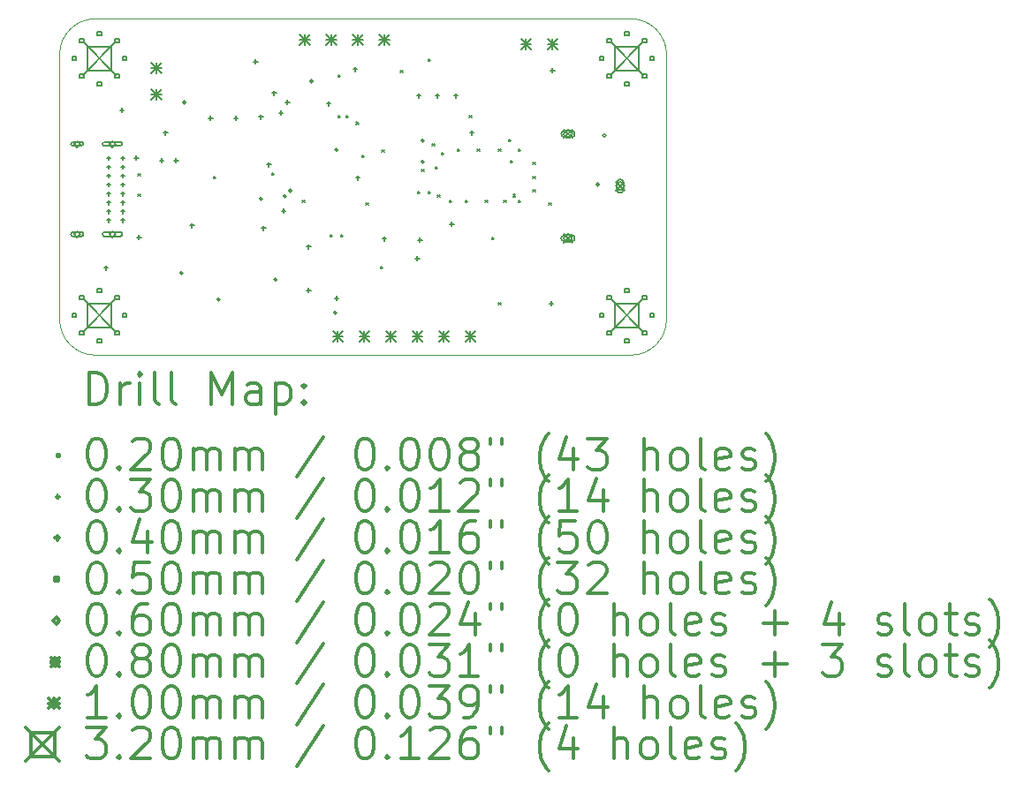
<source format=gbr>
%FSLAX45Y45*%
G04 Gerber Fmt 4.5, Leading zero omitted, Abs format (unit mm)*
G04 Created by KiCad (PCBNEW (5.1.6-0-10_14)) date 2021-10-17 11:27:43*
%MOMM*%
%LPD*%
G01*
G04 APERTURE LIST*
%TA.AperFunction,Profile*%
%ADD10C,0.050000*%
%TD*%
%ADD11C,0.200000*%
%ADD12C,0.300000*%
G04 APERTURE END LIST*
D10*
X11379200Y-8915400D02*
X16510000Y-8915400D01*
X11036300Y-11798300D02*
X11036300Y-9258300D01*
X16510000Y-12141200D02*
X11379200Y-12141200D01*
X16852900Y-9258300D02*
X16852900Y-11798300D01*
X16510000Y-8915400D02*
G75*
G02*
X16852900Y-9258300I0J-342900D01*
G01*
X11036300Y-9258300D02*
G75*
G02*
X11379200Y-8915400I342900J0D01*
G01*
X11379200Y-12141200D02*
G75*
G02*
X11036300Y-11798300I0J342900D01*
G01*
X16852900Y-11798300D02*
G75*
G02*
X16510000Y-12141200I-342900J0D01*
G01*
D11*
X11788300Y-10404000D02*
X11808300Y-10424000D01*
X11808300Y-10404000D02*
X11788300Y-10424000D01*
X11788300Y-10594500D02*
X11808300Y-10614500D01*
X11808300Y-10594500D02*
X11788300Y-10614500D01*
X12512200Y-10429400D02*
X12532200Y-10449400D01*
X12532200Y-10429400D02*
X12512200Y-10449400D01*
X13071000Y-10391300D02*
X13091000Y-10411300D01*
X13091000Y-10391300D02*
X13071000Y-10411300D01*
X13363100Y-10658000D02*
X13383100Y-10678000D01*
X13383100Y-10658000D02*
X13363100Y-10678000D01*
X13631350Y-10986650D02*
X13651350Y-11006650D01*
X13651350Y-10986650D02*
X13631350Y-11006650D01*
X13706000Y-9451500D02*
X13726000Y-9471500D01*
X13726000Y-9451500D02*
X13706000Y-9471500D01*
X13706000Y-9845200D02*
X13726000Y-9865200D01*
X13726000Y-9845200D02*
X13706000Y-9865200D01*
X13731350Y-10988250D02*
X13751350Y-11008250D01*
X13751350Y-10988250D02*
X13731350Y-11008250D01*
X13782200Y-9845200D02*
X13802200Y-9865200D01*
X13802200Y-9845200D02*
X13782200Y-9865200D01*
X13878599Y-9906250D02*
X13898599Y-9926250D01*
X13898599Y-9906250D02*
X13878599Y-9926250D01*
X13934600Y-10226200D02*
X13954600Y-10246200D01*
X13954600Y-10226200D02*
X13934600Y-10246200D01*
X13972700Y-10683400D02*
X13992700Y-10703400D01*
X13992700Y-10683400D02*
X13972700Y-10703400D01*
X14112400Y-11293000D02*
X14132400Y-11313000D01*
X14132400Y-11293000D02*
X14112400Y-11313000D01*
X14125100Y-10175400D02*
X14145100Y-10195400D01*
X14145100Y-10175400D02*
X14125100Y-10195400D01*
X14302900Y-9413400D02*
X14322900Y-9433400D01*
X14322900Y-9413400D02*
X14302900Y-9433400D01*
X14468000Y-10569100D02*
X14488000Y-10589100D01*
X14488000Y-10569100D02*
X14468000Y-10589100D01*
X14506100Y-10357250D02*
X14526100Y-10377250D01*
X14526100Y-10357250D02*
X14506100Y-10377250D01*
X14569600Y-9299100D02*
X14589600Y-9319100D01*
X14589600Y-9299100D02*
X14569600Y-9319100D01*
X14569600Y-10569100D02*
X14589600Y-10589100D01*
X14589600Y-10569100D02*
X14569600Y-10589100D01*
X14607700Y-10111900D02*
X14627700Y-10131900D01*
X14627700Y-10111900D02*
X14607700Y-10131900D01*
X14639450Y-10334150D02*
X14659450Y-10354150D01*
X14659450Y-10334150D02*
X14639450Y-10354150D01*
X14658500Y-10607200D02*
X14678500Y-10627200D01*
X14678500Y-10607200D02*
X14658500Y-10627200D01*
X14696600Y-10200800D02*
X14716600Y-10220800D01*
X14716600Y-10200800D02*
X14696600Y-10220800D01*
X14772800Y-10658000D02*
X14792800Y-10678000D01*
X14792800Y-10658000D02*
X14772800Y-10678000D01*
X14849000Y-10162700D02*
X14869000Y-10182700D01*
X14869000Y-10162700D02*
X14849000Y-10182700D01*
X14925200Y-10658000D02*
X14945200Y-10678000D01*
X14945200Y-10658000D02*
X14925200Y-10678000D01*
X14963300Y-9845200D02*
X14983300Y-9865200D01*
X14983300Y-9845200D02*
X14963300Y-9865200D01*
X15039500Y-10162700D02*
X15059500Y-10182700D01*
X15059500Y-10162700D02*
X15039500Y-10182700D01*
X15115700Y-10658000D02*
X15135700Y-10678000D01*
X15135700Y-10658000D02*
X15115700Y-10678000D01*
X15179200Y-11013600D02*
X15199200Y-11033600D01*
X15199200Y-11013600D02*
X15179200Y-11033600D01*
X15242700Y-10162700D02*
X15262700Y-10182700D01*
X15262700Y-10162700D02*
X15242700Y-10182700D01*
X15242700Y-11635900D02*
X15262700Y-11655900D01*
X15262700Y-11635900D02*
X15242700Y-11655900D01*
X15293500Y-10658000D02*
X15313500Y-10678000D01*
X15313500Y-10658000D02*
X15293500Y-10678000D01*
X15341500Y-10073800D02*
X15361500Y-10093800D01*
X15361500Y-10073800D02*
X15341500Y-10093800D01*
X15357000Y-10277000D02*
X15377000Y-10297000D01*
X15377000Y-10277000D02*
X15357000Y-10297000D01*
X15382400Y-10600500D02*
X15402400Y-10620500D01*
X15402400Y-10600500D02*
X15382400Y-10620500D01*
X15433200Y-10162700D02*
X15453200Y-10182700D01*
X15453200Y-10162700D02*
X15433200Y-10182700D01*
X15433200Y-10658000D02*
X15453200Y-10678000D01*
X15453200Y-10658000D02*
X15433200Y-10678000D01*
X15572900Y-10289700D02*
X15592900Y-10309700D01*
X15592900Y-10289700D02*
X15572900Y-10309700D01*
X15572900Y-10429400D02*
X15592900Y-10449400D01*
X15592900Y-10429400D02*
X15572900Y-10449400D01*
X15572900Y-10556400D02*
X15592900Y-10576400D01*
X15592900Y-10556400D02*
X15572900Y-10576400D01*
X15725300Y-10683400D02*
X15745300Y-10703400D01*
X15745300Y-10683400D02*
X15725300Y-10703400D01*
X12219700Y-11353800D02*
G75*
G03*
X12219700Y-11353800I-15000J0D01*
G01*
X12245100Y-9715500D02*
G75*
G03*
X12245100Y-9715500I-15000J0D01*
G01*
X12575300Y-11607800D02*
G75*
G03*
X12575300Y-11607800I-15000J0D01*
G01*
X12981700Y-10642600D02*
G75*
G03*
X12981700Y-10642600I-15000J0D01*
G01*
X13121400Y-11417300D02*
G75*
G03*
X13121400Y-11417300I-15000J0D01*
G01*
X13209183Y-10618317D02*
G75*
G03*
X13209183Y-10618317I-15000J0D01*
G01*
X13262217Y-10565283D02*
G75*
G03*
X13262217Y-10565283I-15000J0D01*
G01*
X13464300Y-9512300D02*
G75*
G03*
X13464300Y-9512300I-15000J0D01*
G01*
X13692900Y-11734800D02*
G75*
G03*
X13692900Y-11734800I-15000J0D01*
G01*
X13705600Y-10172700D02*
G75*
G03*
X13705600Y-10172700I-15000J0D01*
G01*
X14531100Y-10083800D02*
G75*
G03*
X14531100Y-10083800I-15000J0D01*
G01*
X14531100Y-10287000D02*
G75*
G03*
X14531100Y-10287000I-15000J0D01*
G01*
X16207500Y-10502900D02*
G75*
G03*
X16207500Y-10502900I-15000J0D01*
G01*
X16271000Y-10033000D02*
G75*
G03*
X16271000Y-10033000I-15000J0D01*
G01*
X11480800Y-11283000D02*
X11480800Y-11323000D01*
X11460800Y-11303000D02*
X11500800Y-11303000D01*
X11633200Y-9771700D02*
X11633200Y-9811700D01*
X11613200Y-9791700D02*
X11653200Y-9791700D01*
X11772900Y-10228900D02*
X11772900Y-10268900D01*
X11752900Y-10248900D02*
X11792900Y-10248900D01*
X11798300Y-10990900D02*
X11798300Y-11030900D01*
X11778300Y-11010900D02*
X11818300Y-11010900D01*
X12014200Y-10254300D02*
X12014200Y-10294300D01*
X11994200Y-10274300D02*
X12034200Y-10274300D01*
X12052300Y-9987600D02*
X12052300Y-10027600D01*
X12032300Y-10007600D02*
X12072300Y-10007600D01*
X12153900Y-10254300D02*
X12153900Y-10294300D01*
X12133900Y-10274300D02*
X12173900Y-10274300D01*
X12306300Y-10876600D02*
X12306300Y-10916600D01*
X12286300Y-10896600D02*
X12326300Y-10896600D01*
X12484100Y-9847900D02*
X12484100Y-9887900D01*
X12464100Y-9867900D02*
X12504100Y-9867900D01*
X12725400Y-9847900D02*
X12725400Y-9887900D01*
X12705400Y-9867900D02*
X12745400Y-9867900D01*
X12915900Y-9305500D02*
X12915900Y-9345500D01*
X12895900Y-9325500D02*
X12935900Y-9325500D01*
X12966700Y-9835200D02*
X12966700Y-9875200D01*
X12946700Y-9855200D02*
X12986700Y-9855200D01*
X12992100Y-10902000D02*
X12992100Y-10942000D01*
X12972100Y-10922000D02*
X13012100Y-10922000D01*
X13042900Y-10292400D02*
X13042900Y-10332400D01*
X13022900Y-10312400D02*
X13062900Y-10312400D01*
X13093700Y-9606600D02*
X13093700Y-9646600D01*
X13073700Y-9626600D02*
X13113700Y-9626600D01*
X13157200Y-9797100D02*
X13157200Y-9837100D01*
X13137200Y-9817100D02*
X13177200Y-9817100D01*
X13182600Y-10736900D02*
X13182600Y-10776900D01*
X13162600Y-10756900D02*
X13202600Y-10756900D01*
X13220700Y-9695500D02*
X13220700Y-9735500D01*
X13200700Y-9715500D02*
X13240700Y-9715500D01*
X13423900Y-11079800D02*
X13423900Y-11119800D01*
X13403900Y-11099800D02*
X13443900Y-11099800D01*
X13423900Y-11498900D02*
X13423900Y-11538900D01*
X13403900Y-11518900D02*
X13443900Y-11518900D01*
X13614400Y-9708200D02*
X13614400Y-9748200D01*
X13594400Y-9728200D02*
X13634400Y-9728200D01*
X13690600Y-11575100D02*
X13690600Y-11615100D01*
X13670600Y-11595100D02*
X13710600Y-11595100D01*
X13868400Y-9378000D02*
X13868400Y-9418000D01*
X13848400Y-9398000D02*
X13888400Y-9398000D01*
X13893800Y-10419400D02*
X13893800Y-10459400D01*
X13873800Y-10439400D02*
X13913800Y-10439400D01*
X14147800Y-11003600D02*
X14147800Y-11043600D01*
X14127800Y-11023600D02*
X14167800Y-11023600D01*
X14465300Y-11194100D02*
X14465300Y-11234100D01*
X14445300Y-11214100D02*
X14485300Y-11214100D01*
X14478000Y-9632000D02*
X14478000Y-9672000D01*
X14458000Y-9652000D02*
X14498000Y-9652000D01*
X14490700Y-11016300D02*
X14490700Y-11056300D01*
X14470700Y-11036300D02*
X14510700Y-11036300D01*
X14655800Y-9632000D02*
X14655800Y-9672000D01*
X14635800Y-9652000D02*
X14675800Y-9652000D01*
X14795500Y-10863900D02*
X14795500Y-10903900D01*
X14775500Y-10883900D02*
X14815500Y-10883900D01*
X14833600Y-9632000D02*
X14833600Y-9672000D01*
X14813600Y-9652000D02*
X14853600Y-9652000D01*
X14986000Y-9987600D02*
X14986000Y-10027600D01*
X14966000Y-10007600D02*
X15006000Y-10007600D01*
X15748000Y-11625900D02*
X15748000Y-11665900D01*
X15728000Y-11645900D02*
X15768000Y-11645900D01*
X15760700Y-9390700D02*
X15760700Y-9430700D01*
X15740700Y-9410700D02*
X15780700Y-9410700D01*
X11506200Y-10230800D02*
X11506200Y-10270800D01*
X11486200Y-10250800D02*
X11526200Y-10250800D01*
X11506200Y-10315800D02*
X11506200Y-10355800D01*
X11486200Y-10335800D02*
X11526200Y-10335800D01*
X11506200Y-10400800D02*
X11506200Y-10440800D01*
X11486200Y-10420800D02*
X11526200Y-10420800D01*
X11506200Y-10485800D02*
X11506200Y-10525800D01*
X11486200Y-10505800D02*
X11526200Y-10505800D01*
X11506200Y-10570800D02*
X11506200Y-10610800D01*
X11486200Y-10590800D02*
X11526200Y-10590800D01*
X11506200Y-10655800D02*
X11506200Y-10695800D01*
X11486200Y-10675800D02*
X11526200Y-10675800D01*
X11506200Y-10740800D02*
X11506200Y-10780800D01*
X11486200Y-10760800D02*
X11526200Y-10760800D01*
X11506200Y-10825800D02*
X11506200Y-10865800D01*
X11486200Y-10845800D02*
X11526200Y-10845800D01*
X11641200Y-10230800D02*
X11641200Y-10270800D01*
X11621200Y-10250800D02*
X11661200Y-10250800D01*
X11641200Y-10315800D02*
X11641200Y-10355800D01*
X11621200Y-10335800D02*
X11661200Y-10335800D01*
X11641200Y-10400800D02*
X11641200Y-10440800D01*
X11621200Y-10420800D02*
X11661200Y-10420800D01*
X11641200Y-10485800D02*
X11641200Y-10525800D01*
X11621200Y-10505800D02*
X11661200Y-10505800D01*
X11641200Y-10570800D02*
X11641200Y-10610800D01*
X11621200Y-10590800D02*
X11661200Y-10590800D01*
X11641200Y-10655800D02*
X11641200Y-10695800D01*
X11621200Y-10675800D02*
X11661200Y-10675800D01*
X11641200Y-10740800D02*
X11641200Y-10780800D01*
X11621200Y-10760800D02*
X11661200Y-10760800D01*
X11641200Y-10825800D02*
X11641200Y-10865800D01*
X11621200Y-10845800D02*
X11661200Y-10845800D01*
X16249578Y-9314078D02*
X16249578Y-9278722D01*
X16214222Y-9278722D01*
X16214222Y-9314078D01*
X16249578Y-9314078D01*
X16319872Y-9144372D02*
X16319872Y-9109017D01*
X16284517Y-9109017D01*
X16284517Y-9144372D01*
X16319872Y-9144372D01*
X16319872Y-9483783D02*
X16319872Y-9448428D01*
X16284517Y-9448428D01*
X16284517Y-9483783D01*
X16319872Y-9483783D01*
X16489578Y-9074078D02*
X16489578Y-9038722D01*
X16454222Y-9038722D01*
X16454222Y-9074078D01*
X16489578Y-9074078D01*
X16489578Y-9554078D02*
X16489578Y-9518722D01*
X16454222Y-9518722D01*
X16454222Y-9554078D01*
X16489578Y-9554078D01*
X16659283Y-9144372D02*
X16659283Y-9109017D01*
X16623928Y-9109017D01*
X16623928Y-9144372D01*
X16659283Y-9144372D01*
X16659283Y-9483783D02*
X16659283Y-9448428D01*
X16623928Y-9448428D01*
X16623928Y-9483783D01*
X16659283Y-9483783D01*
X16729578Y-9314078D02*
X16729578Y-9278722D01*
X16694222Y-9278722D01*
X16694222Y-9314078D01*
X16729578Y-9314078D01*
X11194978Y-9314078D02*
X11194978Y-9278722D01*
X11159622Y-9278722D01*
X11159622Y-9314078D01*
X11194978Y-9314078D01*
X11265272Y-9144372D02*
X11265272Y-9109017D01*
X11229917Y-9109017D01*
X11229917Y-9144372D01*
X11265272Y-9144372D01*
X11265272Y-9483783D02*
X11265272Y-9448428D01*
X11229917Y-9448428D01*
X11229917Y-9483783D01*
X11265272Y-9483783D01*
X11434978Y-9074078D02*
X11434978Y-9038722D01*
X11399622Y-9038722D01*
X11399622Y-9074078D01*
X11434978Y-9074078D01*
X11434978Y-9554078D02*
X11434978Y-9518722D01*
X11399622Y-9518722D01*
X11399622Y-9554078D01*
X11434978Y-9554078D01*
X11604683Y-9144372D02*
X11604683Y-9109017D01*
X11569328Y-9109017D01*
X11569328Y-9144372D01*
X11604683Y-9144372D01*
X11604683Y-9483783D02*
X11604683Y-9448428D01*
X11569328Y-9448428D01*
X11569328Y-9483783D01*
X11604683Y-9483783D01*
X11674978Y-9314078D02*
X11674978Y-9278722D01*
X11639622Y-9278722D01*
X11639622Y-9314078D01*
X11674978Y-9314078D01*
X11194978Y-11777878D02*
X11194978Y-11742522D01*
X11159622Y-11742522D01*
X11159622Y-11777878D01*
X11194978Y-11777878D01*
X11265272Y-11608172D02*
X11265272Y-11572817D01*
X11229917Y-11572817D01*
X11229917Y-11608172D01*
X11265272Y-11608172D01*
X11265272Y-11947583D02*
X11265272Y-11912228D01*
X11229917Y-11912228D01*
X11229917Y-11947583D01*
X11265272Y-11947583D01*
X11434978Y-11537878D02*
X11434978Y-11502522D01*
X11399622Y-11502522D01*
X11399622Y-11537878D01*
X11434978Y-11537878D01*
X11434978Y-12017878D02*
X11434978Y-11982522D01*
X11399622Y-11982522D01*
X11399622Y-12017878D01*
X11434978Y-12017878D01*
X11604683Y-11608172D02*
X11604683Y-11572817D01*
X11569328Y-11572817D01*
X11569328Y-11608172D01*
X11604683Y-11608172D01*
X11604683Y-11947583D02*
X11604683Y-11912228D01*
X11569328Y-11912228D01*
X11569328Y-11947583D01*
X11604683Y-11947583D01*
X11674978Y-11777878D02*
X11674978Y-11742522D01*
X11639622Y-11742522D01*
X11639622Y-11777878D01*
X11674978Y-11777878D01*
X16249578Y-11777878D02*
X16249578Y-11742522D01*
X16214222Y-11742522D01*
X16214222Y-11777878D01*
X16249578Y-11777878D01*
X16319872Y-11608172D02*
X16319872Y-11572817D01*
X16284517Y-11572817D01*
X16284517Y-11608172D01*
X16319872Y-11608172D01*
X16319872Y-11947583D02*
X16319872Y-11912228D01*
X16284517Y-11912228D01*
X16284517Y-11947583D01*
X16319872Y-11947583D01*
X16489578Y-11537878D02*
X16489578Y-11502522D01*
X16454222Y-11502522D01*
X16454222Y-11537878D01*
X16489578Y-11537878D01*
X16489578Y-12017878D02*
X16489578Y-11982522D01*
X16454222Y-11982522D01*
X16454222Y-12017878D01*
X16489578Y-12017878D01*
X16659283Y-11608172D02*
X16659283Y-11572817D01*
X16623928Y-11572817D01*
X16623928Y-11608172D01*
X16659283Y-11608172D01*
X16659283Y-11947583D02*
X16659283Y-11912228D01*
X16623928Y-11912228D01*
X16623928Y-11947583D01*
X16659283Y-11947583D01*
X16729578Y-11777878D02*
X16729578Y-11742522D01*
X16694222Y-11742522D01*
X16694222Y-11777878D01*
X16729578Y-11777878D01*
X11205200Y-10145800D02*
X11235200Y-10115800D01*
X11205200Y-10085800D01*
X11175200Y-10115800D01*
X11205200Y-10145800D01*
X11165200Y-10135800D02*
X11245200Y-10135800D01*
X11165200Y-10095800D02*
X11245200Y-10095800D01*
X11245200Y-10135800D02*
G75*
G03*
X11245200Y-10095800I0J20000D01*
G01*
X11165200Y-10095800D02*
G75*
G03*
X11165200Y-10135800I0J-20000D01*
G01*
X11205200Y-11010800D02*
X11235200Y-10980800D01*
X11205200Y-10950800D01*
X11175200Y-10980800D01*
X11205200Y-11010800D01*
X11165200Y-11000800D02*
X11245200Y-11000800D01*
X11165200Y-10960800D02*
X11245200Y-10960800D01*
X11245200Y-11000800D02*
G75*
G03*
X11245200Y-10960800I0J20000D01*
G01*
X11165200Y-10960800D02*
G75*
G03*
X11165200Y-11000800I0J-20000D01*
G01*
X11543200Y-10145800D02*
X11573200Y-10115800D01*
X11543200Y-10085800D01*
X11513200Y-10115800D01*
X11543200Y-10145800D01*
X11468200Y-10135800D02*
X11618200Y-10135800D01*
X11468200Y-10095800D02*
X11618200Y-10095800D01*
X11618200Y-10135800D02*
G75*
G03*
X11618200Y-10095800I0J20000D01*
G01*
X11468200Y-10095800D02*
G75*
G03*
X11468200Y-10135800I0J-20000D01*
G01*
X11543200Y-11010800D02*
X11573200Y-10980800D01*
X11543200Y-10950800D01*
X11513200Y-10980800D01*
X11543200Y-11010800D01*
X11468200Y-11000800D02*
X11618200Y-11000800D01*
X11468200Y-10960800D02*
X11618200Y-10960800D01*
X11618200Y-11000800D02*
G75*
G03*
X11618200Y-10960800I0J20000D01*
G01*
X11468200Y-10960800D02*
G75*
G03*
X11468200Y-11000800I0J-20000D01*
G01*
X15868400Y-9980300D02*
X15948400Y-10060300D01*
X15948400Y-9980300D02*
X15868400Y-10060300D01*
X15948400Y-10020300D02*
G75*
G03*
X15948400Y-10020300I-40000J0D01*
G01*
X15943400Y-9990300D02*
X15873400Y-9990300D01*
X15943400Y-10050300D02*
X15873400Y-10050300D01*
X15873400Y-9990300D02*
G75*
G03*
X15873400Y-10050300I0J-30000D01*
G01*
X15943400Y-10050300D02*
G75*
G03*
X15943400Y-9990300I0J30000D01*
G01*
X15868400Y-10980300D02*
X15948400Y-11060300D01*
X15948400Y-10980300D02*
X15868400Y-11060300D01*
X15948400Y-11020300D02*
G75*
G03*
X15948400Y-11020300I-40000J0D01*
G01*
X15943400Y-10990300D02*
X15873400Y-10990300D01*
X15943400Y-11050300D02*
X15873400Y-11050300D01*
X15873400Y-10990300D02*
G75*
G03*
X15873400Y-11050300I0J-30000D01*
G01*
X15943400Y-11050300D02*
G75*
G03*
X15943400Y-10990300I0J30000D01*
G01*
X16368400Y-10480300D02*
X16448400Y-10560300D01*
X16448400Y-10480300D02*
X16368400Y-10560300D01*
X16448400Y-10520300D02*
G75*
G03*
X16448400Y-10520300I-40000J0D01*
G01*
X16438400Y-10555300D02*
X16438400Y-10485300D01*
X16378400Y-10555300D02*
X16378400Y-10485300D01*
X16438400Y-10485300D02*
G75*
G03*
X16378400Y-10485300I-30000J0D01*
G01*
X16378400Y-10555300D02*
G75*
G03*
X16438400Y-10555300I30000J0D01*
G01*
X15456700Y-9106700D02*
X15556700Y-9206700D01*
X15556700Y-9106700D02*
X15456700Y-9206700D01*
X15506700Y-9106700D02*
X15506700Y-9206700D01*
X15456700Y-9156700D02*
X15556700Y-9156700D01*
X15710700Y-9106700D02*
X15810700Y-9206700D01*
X15810700Y-9106700D02*
X15710700Y-9206700D01*
X15760700Y-9106700D02*
X15760700Y-9206700D01*
X15710700Y-9156700D02*
X15810700Y-9156700D01*
X13335800Y-9068600D02*
X13435800Y-9168600D01*
X13435800Y-9068600D02*
X13335800Y-9168600D01*
X13385800Y-9068600D02*
X13385800Y-9168600D01*
X13335800Y-9118600D02*
X13435800Y-9118600D01*
X13589800Y-9068600D02*
X13689800Y-9168600D01*
X13689800Y-9068600D02*
X13589800Y-9168600D01*
X13639800Y-9068600D02*
X13639800Y-9168600D01*
X13589800Y-9118600D02*
X13689800Y-9118600D01*
X13843800Y-9068600D02*
X13943800Y-9168600D01*
X13943800Y-9068600D02*
X13843800Y-9168600D01*
X13893800Y-9068600D02*
X13893800Y-9168600D01*
X13843800Y-9118600D02*
X13943800Y-9118600D01*
X14097800Y-9068600D02*
X14197800Y-9168600D01*
X14197800Y-9068600D02*
X14097800Y-9168600D01*
X14147800Y-9068600D02*
X14147800Y-9168600D01*
X14097800Y-9118600D02*
X14197800Y-9118600D01*
X13653300Y-11913400D02*
X13753300Y-12013400D01*
X13753300Y-11913400D02*
X13653300Y-12013400D01*
X13703300Y-11913400D02*
X13703300Y-12013400D01*
X13653300Y-11963400D02*
X13753300Y-11963400D01*
X13907300Y-11913400D02*
X14007300Y-12013400D01*
X14007300Y-11913400D02*
X13907300Y-12013400D01*
X13957300Y-11913400D02*
X13957300Y-12013400D01*
X13907300Y-11963400D02*
X14007300Y-11963400D01*
X14161300Y-11913400D02*
X14261300Y-12013400D01*
X14261300Y-11913400D02*
X14161300Y-12013400D01*
X14211300Y-11913400D02*
X14211300Y-12013400D01*
X14161300Y-11963400D02*
X14261300Y-11963400D01*
X14415300Y-11913400D02*
X14515300Y-12013400D01*
X14515300Y-11913400D02*
X14415300Y-12013400D01*
X14465300Y-11913400D02*
X14465300Y-12013400D01*
X14415300Y-11963400D02*
X14515300Y-11963400D01*
X14669300Y-11913400D02*
X14769300Y-12013400D01*
X14769300Y-11913400D02*
X14669300Y-12013400D01*
X14719300Y-11913400D02*
X14719300Y-12013400D01*
X14669300Y-11963400D02*
X14769300Y-11963400D01*
X14923300Y-11913400D02*
X15023300Y-12013400D01*
X15023300Y-11913400D02*
X14923300Y-12013400D01*
X14973300Y-11913400D02*
X14973300Y-12013400D01*
X14923300Y-11963400D02*
X15023300Y-11963400D01*
X11913400Y-9335300D02*
X12013400Y-9435300D01*
X12013400Y-9335300D02*
X11913400Y-9435300D01*
X11963400Y-9335300D02*
X11963400Y-9435300D01*
X11913400Y-9385300D02*
X12013400Y-9385300D01*
X11913400Y-9589300D02*
X12013400Y-9689300D01*
X12013400Y-9589300D02*
X11913400Y-9689300D01*
X11963400Y-9589300D02*
X11963400Y-9689300D01*
X11913400Y-9639300D02*
X12013400Y-9639300D01*
X16311900Y-9136400D02*
X16631900Y-9456400D01*
X16631900Y-9136400D02*
X16311900Y-9456400D01*
X16585038Y-9409538D02*
X16585038Y-9183262D01*
X16358762Y-9183262D01*
X16358762Y-9409538D01*
X16585038Y-9409538D01*
X11257300Y-9136400D02*
X11577300Y-9456400D01*
X11577300Y-9136400D02*
X11257300Y-9456400D01*
X11530438Y-9409538D02*
X11530438Y-9183262D01*
X11304162Y-9183262D01*
X11304162Y-9409538D01*
X11530438Y-9409538D01*
X11257300Y-11600200D02*
X11577300Y-11920200D01*
X11577300Y-11600200D02*
X11257300Y-11920200D01*
X11530438Y-11873338D02*
X11530438Y-11647062D01*
X11304162Y-11647062D01*
X11304162Y-11873338D01*
X11530438Y-11873338D01*
X16311900Y-11600200D02*
X16631900Y-11920200D01*
X16631900Y-11600200D02*
X16311900Y-11920200D01*
X16585038Y-11873338D02*
X16585038Y-11647062D01*
X16358762Y-11647062D01*
X16358762Y-11873338D01*
X16585038Y-11873338D01*
D12*
X11320228Y-12609414D02*
X11320228Y-12309414D01*
X11391657Y-12309414D01*
X11434514Y-12323700D01*
X11463086Y-12352271D01*
X11477371Y-12380843D01*
X11491657Y-12437986D01*
X11491657Y-12480843D01*
X11477371Y-12537986D01*
X11463086Y-12566557D01*
X11434514Y-12595129D01*
X11391657Y-12609414D01*
X11320228Y-12609414D01*
X11620228Y-12609414D02*
X11620228Y-12409414D01*
X11620228Y-12466557D02*
X11634514Y-12437986D01*
X11648800Y-12423700D01*
X11677371Y-12409414D01*
X11705943Y-12409414D01*
X11805943Y-12609414D02*
X11805943Y-12409414D01*
X11805943Y-12309414D02*
X11791657Y-12323700D01*
X11805943Y-12337986D01*
X11820228Y-12323700D01*
X11805943Y-12309414D01*
X11805943Y-12337986D01*
X11991657Y-12609414D02*
X11963086Y-12595129D01*
X11948800Y-12566557D01*
X11948800Y-12309414D01*
X12148800Y-12609414D02*
X12120228Y-12595129D01*
X12105943Y-12566557D01*
X12105943Y-12309414D01*
X12491657Y-12609414D02*
X12491657Y-12309414D01*
X12591657Y-12523700D01*
X12691657Y-12309414D01*
X12691657Y-12609414D01*
X12963086Y-12609414D02*
X12963086Y-12452271D01*
X12948800Y-12423700D01*
X12920228Y-12409414D01*
X12863086Y-12409414D01*
X12834514Y-12423700D01*
X12963086Y-12595129D02*
X12934514Y-12609414D01*
X12863086Y-12609414D01*
X12834514Y-12595129D01*
X12820228Y-12566557D01*
X12820228Y-12537986D01*
X12834514Y-12509414D01*
X12863086Y-12495129D01*
X12934514Y-12495129D01*
X12963086Y-12480843D01*
X13105943Y-12409414D02*
X13105943Y-12709414D01*
X13105943Y-12423700D02*
X13134514Y-12409414D01*
X13191657Y-12409414D01*
X13220228Y-12423700D01*
X13234514Y-12437986D01*
X13248800Y-12466557D01*
X13248800Y-12552271D01*
X13234514Y-12580843D01*
X13220228Y-12595129D01*
X13191657Y-12609414D01*
X13134514Y-12609414D01*
X13105943Y-12595129D01*
X13377371Y-12580843D02*
X13391657Y-12595129D01*
X13377371Y-12609414D01*
X13363086Y-12595129D01*
X13377371Y-12580843D01*
X13377371Y-12609414D01*
X13377371Y-12423700D02*
X13391657Y-12437986D01*
X13377371Y-12452271D01*
X13363086Y-12437986D01*
X13377371Y-12423700D01*
X13377371Y-12452271D01*
X11013800Y-13093700D02*
X11033800Y-13113700D01*
X11033800Y-13093700D02*
X11013800Y-13113700D01*
X11377371Y-12939414D02*
X11405943Y-12939414D01*
X11434514Y-12953700D01*
X11448800Y-12967986D01*
X11463086Y-12996557D01*
X11477371Y-13053700D01*
X11477371Y-13125129D01*
X11463086Y-13182271D01*
X11448800Y-13210843D01*
X11434514Y-13225129D01*
X11405943Y-13239414D01*
X11377371Y-13239414D01*
X11348800Y-13225129D01*
X11334514Y-13210843D01*
X11320228Y-13182271D01*
X11305943Y-13125129D01*
X11305943Y-13053700D01*
X11320228Y-12996557D01*
X11334514Y-12967986D01*
X11348800Y-12953700D01*
X11377371Y-12939414D01*
X11605943Y-13210843D02*
X11620228Y-13225129D01*
X11605943Y-13239414D01*
X11591657Y-13225129D01*
X11605943Y-13210843D01*
X11605943Y-13239414D01*
X11734514Y-12967986D02*
X11748800Y-12953700D01*
X11777371Y-12939414D01*
X11848800Y-12939414D01*
X11877371Y-12953700D01*
X11891657Y-12967986D01*
X11905943Y-12996557D01*
X11905943Y-13025129D01*
X11891657Y-13067986D01*
X11720228Y-13239414D01*
X11905943Y-13239414D01*
X12091657Y-12939414D02*
X12120228Y-12939414D01*
X12148800Y-12953700D01*
X12163086Y-12967986D01*
X12177371Y-12996557D01*
X12191657Y-13053700D01*
X12191657Y-13125129D01*
X12177371Y-13182271D01*
X12163086Y-13210843D01*
X12148800Y-13225129D01*
X12120228Y-13239414D01*
X12091657Y-13239414D01*
X12063086Y-13225129D01*
X12048800Y-13210843D01*
X12034514Y-13182271D01*
X12020228Y-13125129D01*
X12020228Y-13053700D01*
X12034514Y-12996557D01*
X12048800Y-12967986D01*
X12063086Y-12953700D01*
X12091657Y-12939414D01*
X12320228Y-13239414D02*
X12320228Y-13039414D01*
X12320228Y-13067986D02*
X12334514Y-13053700D01*
X12363086Y-13039414D01*
X12405943Y-13039414D01*
X12434514Y-13053700D01*
X12448800Y-13082271D01*
X12448800Y-13239414D01*
X12448800Y-13082271D02*
X12463086Y-13053700D01*
X12491657Y-13039414D01*
X12534514Y-13039414D01*
X12563086Y-13053700D01*
X12577371Y-13082271D01*
X12577371Y-13239414D01*
X12720228Y-13239414D02*
X12720228Y-13039414D01*
X12720228Y-13067986D02*
X12734514Y-13053700D01*
X12763086Y-13039414D01*
X12805943Y-13039414D01*
X12834514Y-13053700D01*
X12848800Y-13082271D01*
X12848800Y-13239414D01*
X12848800Y-13082271D02*
X12863086Y-13053700D01*
X12891657Y-13039414D01*
X12934514Y-13039414D01*
X12963086Y-13053700D01*
X12977371Y-13082271D01*
X12977371Y-13239414D01*
X13563086Y-12925129D02*
X13305943Y-13310843D01*
X13948800Y-12939414D02*
X13977371Y-12939414D01*
X14005943Y-12953700D01*
X14020228Y-12967986D01*
X14034514Y-12996557D01*
X14048800Y-13053700D01*
X14048800Y-13125129D01*
X14034514Y-13182271D01*
X14020228Y-13210843D01*
X14005943Y-13225129D01*
X13977371Y-13239414D01*
X13948800Y-13239414D01*
X13920228Y-13225129D01*
X13905943Y-13210843D01*
X13891657Y-13182271D01*
X13877371Y-13125129D01*
X13877371Y-13053700D01*
X13891657Y-12996557D01*
X13905943Y-12967986D01*
X13920228Y-12953700D01*
X13948800Y-12939414D01*
X14177371Y-13210843D02*
X14191657Y-13225129D01*
X14177371Y-13239414D01*
X14163086Y-13225129D01*
X14177371Y-13210843D01*
X14177371Y-13239414D01*
X14377371Y-12939414D02*
X14405943Y-12939414D01*
X14434514Y-12953700D01*
X14448800Y-12967986D01*
X14463086Y-12996557D01*
X14477371Y-13053700D01*
X14477371Y-13125129D01*
X14463086Y-13182271D01*
X14448800Y-13210843D01*
X14434514Y-13225129D01*
X14405943Y-13239414D01*
X14377371Y-13239414D01*
X14348800Y-13225129D01*
X14334514Y-13210843D01*
X14320228Y-13182271D01*
X14305943Y-13125129D01*
X14305943Y-13053700D01*
X14320228Y-12996557D01*
X14334514Y-12967986D01*
X14348800Y-12953700D01*
X14377371Y-12939414D01*
X14663086Y-12939414D02*
X14691657Y-12939414D01*
X14720228Y-12953700D01*
X14734514Y-12967986D01*
X14748800Y-12996557D01*
X14763086Y-13053700D01*
X14763086Y-13125129D01*
X14748800Y-13182271D01*
X14734514Y-13210843D01*
X14720228Y-13225129D01*
X14691657Y-13239414D01*
X14663086Y-13239414D01*
X14634514Y-13225129D01*
X14620228Y-13210843D01*
X14605943Y-13182271D01*
X14591657Y-13125129D01*
X14591657Y-13053700D01*
X14605943Y-12996557D01*
X14620228Y-12967986D01*
X14634514Y-12953700D01*
X14663086Y-12939414D01*
X14934514Y-13067986D02*
X14905943Y-13053700D01*
X14891657Y-13039414D01*
X14877371Y-13010843D01*
X14877371Y-12996557D01*
X14891657Y-12967986D01*
X14905943Y-12953700D01*
X14934514Y-12939414D01*
X14991657Y-12939414D01*
X15020228Y-12953700D01*
X15034514Y-12967986D01*
X15048800Y-12996557D01*
X15048800Y-13010843D01*
X15034514Y-13039414D01*
X15020228Y-13053700D01*
X14991657Y-13067986D01*
X14934514Y-13067986D01*
X14905943Y-13082271D01*
X14891657Y-13096557D01*
X14877371Y-13125129D01*
X14877371Y-13182271D01*
X14891657Y-13210843D01*
X14905943Y-13225129D01*
X14934514Y-13239414D01*
X14991657Y-13239414D01*
X15020228Y-13225129D01*
X15034514Y-13210843D01*
X15048800Y-13182271D01*
X15048800Y-13125129D01*
X15034514Y-13096557D01*
X15020228Y-13082271D01*
X14991657Y-13067986D01*
X15163086Y-12939414D02*
X15163086Y-12996557D01*
X15277371Y-12939414D02*
X15277371Y-12996557D01*
X15720228Y-13353700D02*
X15705943Y-13339414D01*
X15677371Y-13296557D01*
X15663086Y-13267986D01*
X15648800Y-13225129D01*
X15634514Y-13153700D01*
X15634514Y-13096557D01*
X15648800Y-13025129D01*
X15663086Y-12982271D01*
X15677371Y-12953700D01*
X15705943Y-12910843D01*
X15720228Y-12896557D01*
X15963086Y-13039414D02*
X15963086Y-13239414D01*
X15891657Y-12925129D02*
X15820228Y-13139414D01*
X16005943Y-13139414D01*
X16091657Y-12939414D02*
X16277371Y-12939414D01*
X16177371Y-13053700D01*
X16220228Y-13053700D01*
X16248800Y-13067986D01*
X16263086Y-13082271D01*
X16277371Y-13110843D01*
X16277371Y-13182271D01*
X16263086Y-13210843D01*
X16248800Y-13225129D01*
X16220228Y-13239414D01*
X16134514Y-13239414D01*
X16105943Y-13225129D01*
X16091657Y-13210843D01*
X16634514Y-13239414D02*
X16634514Y-12939414D01*
X16763086Y-13239414D02*
X16763086Y-13082271D01*
X16748800Y-13053700D01*
X16720228Y-13039414D01*
X16677371Y-13039414D01*
X16648800Y-13053700D01*
X16634514Y-13067986D01*
X16948800Y-13239414D02*
X16920228Y-13225129D01*
X16905943Y-13210843D01*
X16891657Y-13182271D01*
X16891657Y-13096557D01*
X16905943Y-13067986D01*
X16920228Y-13053700D01*
X16948800Y-13039414D01*
X16991657Y-13039414D01*
X17020228Y-13053700D01*
X17034514Y-13067986D01*
X17048800Y-13096557D01*
X17048800Y-13182271D01*
X17034514Y-13210843D01*
X17020228Y-13225129D01*
X16991657Y-13239414D01*
X16948800Y-13239414D01*
X17220228Y-13239414D02*
X17191657Y-13225129D01*
X17177371Y-13196557D01*
X17177371Y-12939414D01*
X17448800Y-13225129D02*
X17420228Y-13239414D01*
X17363086Y-13239414D01*
X17334514Y-13225129D01*
X17320228Y-13196557D01*
X17320228Y-13082271D01*
X17334514Y-13053700D01*
X17363086Y-13039414D01*
X17420228Y-13039414D01*
X17448800Y-13053700D01*
X17463086Y-13082271D01*
X17463086Y-13110843D01*
X17320228Y-13139414D01*
X17577371Y-13225129D02*
X17605943Y-13239414D01*
X17663086Y-13239414D01*
X17691657Y-13225129D01*
X17705943Y-13196557D01*
X17705943Y-13182271D01*
X17691657Y-13153700D01*
X17663086Y-13139414D01*
X17620228Y-13139414D01*
X17591657Y-13125129D01*
X17577371Y-13096557D01*
X17577371Y-13082271D01*
X17591657Y-13053700D01*
X17620228Y-13039414D01*
X17663086Y-13039414D01*
X17691657Y-13053700D01*
X17805943Y-13353700D02*
X17820228Y-13339414D01*
X17848800Y-13296557D01*
X17863086Y-13267986D01*
X17877371Y-13225129D01*
X17891657Y-13153700D01*
X17891657Y-13096557D01*
X17877371Y-13025129D01*
X17863086Y-12982271D01*
X17848800Y-12953700D01*
X17820228Y-12910843D01*
X17805943Y-12896557D01*
X11033800Y-13499700D02*
G75*
G03*
X11033800Y-13499700I-15000J0D01*
G01*
X11377371Y-13335414D02*
X11405943Y-13335414D01*
X11434514Y-13349700D01*
X11448800Y-13363986D01*
X11463086Y-13392557D01*
X11477371Y-13449700D01*
X11477371Y-13521129D01*
X11463086Y-13578271D01*
X11448800Y-13606843D01*
X11434514Y-13621129D01*
X11405943Y-13635414D01*
X11377371Y-13635414D01*
X11348800Y-13621129D01*
X11334514Y-13606843D01*
X11320228Y-13578271D01*
X11305943Y-13521129D01*
X11305943Y-13449700D01*
X11320228Y-13392557D01*
X11334514Y-13363986D01*
X11348800Y-13349700D01*
X11377371Y-13335414D01*
X11605943Y-13606843D02*
X11620228Y-13621129D01*
X11605943Y-13635414D01*
X11591657Y-13621129D01*
X11605943Y-13606843D01*
X11605943Y-13635414D01*
X11720228Y-13335414D02*
X11905943Y-13335414D01*
X11805943Y-13449700D01*
X11848800Y-13449700D01*
X11877371Y-13463986D01*
X11891657Y-13478271D01*
X11905943Y-13506843D01*
X11905943Y-13578271D01*
X11891657Y-13606843D01*
X11877371Y-13621129D01*
X11848800Y-13635414D01*
X11763086Y-13635414D01*
X11734514Y-13621129D01*
X11720228Y-13606843D01*
X12091657Y-13335414D02*
X12120228Y-13335414D01*
X12148800Y-13349700D01*
X12163086Y-13363986D01*
X12177371Y-13392557D01*
X12191657Y-13449700D01*
X12191657Y-13521129D01*
X12177371Y-13578271D01*
X12163086Y-13606843D01*
X12148800Y-13621129D01*
X12120228Y-13635414D01*
X12091657Y-13635414D01*
X12063086Y-13621129D01*
X12048800Y-13606843D01*
X12034514Y-13578271D01*
X12020228Y-13521129D01*
X12020228Y-13449700D01*
X12034514Y-13392557D01*
X12048800Y-13363986D01*
X12063086Y-13349700D01*
X12091657Y-13335414D01*
X12320228Y-13635414D02*
X12320228Y-13435414D01*
X12320228Y-13463986D02*
X12334514Y-13449700D01*
X12363086Y-13435414D01*
X12405943Y-13435414D01*
X12434514Y-13449700D01*
X12448800Y-13478271D01*
X12448800Y-13635414D01*
X12448800Y-13478271D02*
X12463086Y-13449700D01*
X12491657Y-13435414D01*
X12534514Y-13435414D01*
X12563086Y-13449700D01*
X12577371Y-13478271D01*
X12577371Y-13635414D01*
X12720228Y-13635414D02*
X12720228Y-13435414D01*
X12720228Y-13463986D02*
X12734514Y-13449700D01*
X12763086Y-13435414D01*
X12805943Y-13435414D01*
X12834514Y-13449700D01*
X12848800Y-13478271D01*
X12848800Y-13635414D01*
X12848800Y-13478271D02*
X12863086Y-13449700D01*
X12891657Y-13435414D01*
X12934514Y-13435414D01*
X12963086Y-13449700D01*
X12977371Y-13478271D01*
X12977371Y-13635414D01*
X13563086Y-13321129D02*
X13305943Y-13706843D01*
X13948800Y-13335414D02*
X13977371Y-13335414D01*
X14005943Y-13349700D01*
X14020228Y-13363986D01*
X14034514Y-13392557D01*
X14048800Y-13449700D01*
X14048800Y-13521129D01*
X14034514Y-13578271D01*
X14020228Y-13606843D01*
X14005943Y-13621129D01*
X13977371Y-13635414D01*
X13948800Y-13635414D01*
X13920228Y-13621129D01*
X13905943Y-13606843D01*
X13891657Y-13578271D01*
X13877371Y-13521129D01*
X13877371Y-13449700D01*
X13891657Y-13392557D01*
X13905943Y-13363986D01*
X13920228Y-13349700D01*
X13948800Y-13335414D01*
X14177371Y-13606843D02*
X14191657Y-13621129D01*
X14177371Y-13635414D01*
X14163086Y-13621129D01*
X14177371Y-13606843D01*
X14177371Y-13635414D01*
X14377371Y-13335414D02*
X14405943Y-13335414D01*
X14434514Y-13349700D01*
X14448800Y-13363986D01*
X14463086Y-13392557D01*
X14477371Y-13449700D01*
X14477371Y-13521129D01*
X14463086Y-13578271D01*
X14448800Y-13606843D01*
X14434514Y-13621129D01*
X14405943Y-13635414D01*
X14377371Y-13635414D01*
X14348800Y-13621129D01*
X14334514Y-13606843D01*
X14320228Y-13578271D01*
X14305943Y-13521129D01*
X14305943Y-13449700D01*
X14320228Y-13392557D01*
X14334514Y-13363986D01*
X14348800Y-13349700D01*
X14377371Y-13335414D01*
X14763086Y-13635414D02*
X14591657Y-13635414D01*
X14677371Y-13635414D02*
X14677371Y-13335414D01*
X14648800Y-13378271D01*
X14620228Y-13406843D01*
X14591657Y-13421129D01*
X14877371Y-13363986D02*
X14891657Y-13349700D01*
X14920228Y-13335414D01*
X14991657Y-13335414D01*
X15020228Y-13349700D01*
X15034514Y-13363986D01*
X15048800Y-13392557D01*
X15048800Y-13421129D01*
X15034514Y-13463986D01*
X14863086Y-13635414D01*
X15048800Y-13635414D01*
X15163086Y-13335414D02*
X15163086Y-13392557D01*
X15277371Y-13335414D02*
X15277371Y-13392557D01*
X15720228Y-13749700D02*
X15705943Y-13735414D01*
X15677371Y-13692557D01*
X15663086Y-13663986D01*
X15648800Y-13621129D01*
X15634514Y-13549700D01*
X15634514Y-13492557D01*
X15648800Y-13421129D01*
X15663086Y-13378271D01*
X15677371Y-13349700D01*
X15705943Y-13306843D01*
X15720228Y-13292557D01*
X15991657Y-13635414D02*
X15820228Y-13635414D01*
X15905943Y-13635414D02*
X15905943Y-13335414D01*
X15877371Y-13378271D01*
X15848800Y-13406843D01*
X15820228Y-13421129D01*
X16248800Y-13435414D02*
X16248800Y-13635414D01*
X16177371Y-13321129D02*
X16105943Y-13535414D01*
X16291657Y-13535414D01*
X16634514Y-13635414D02*
X16634514Y-13335414D01*
X16763086Y-13635414D02*
X16763086Y-13478271D01*
X16748800Y-13449700D01*
X16720228Y-13435414D01*
X16677371Y-13435414D01*
X16648800Y-13449700D01*
X16634514Y-13463986D01*
X16948800Y-13635414D02*
X16920228Y-13621129D01*
X16905943Y-13606843D01*
X16891657Y-13578271D01*
X16891657Y-13492557D01*
X16905943Y-13463986D01*
X16920228Y-13449700D01*
X16948800Y-13435414D01*
X16991657Y-13435414D01*
X17020228Y-13449700D01*
X17034514Y-13463986D01*
X17048800Y-13492557D01*
X17048800Y-13578271D01*
X17034514Y-13606843D01*
X17020228Y-13621129D01*
X16991657Y-13635414D01*
X16948800Y-13635414D01*
X17220228Y-13635414D02*
X17191657Y-13621129D01*
X17177371Y-13592557D01*
X17177371Y-13335414D01*
X17448800Y-13621129D02*
X17420228Y-13635414D01*
X17363086Y-13635414D01*
X17334514Y-13621129D01*
X17320228Y-13592557D01*
X17320228Y-13478271D01*
X17334514Y-13449700D01*
X17363086Y-13435414D01*
X17420228Y-13435414D01*
X17448800Y-13449700D01*
X17463086Y-13478271D01*
X17463086Y-13506843D01*
X17320228Y-13535414D01*
X17577371Y-13621129D02*
X17605943Y-13635414D01*
X17663086Y-13635414D01*
X17691657Y-13621129D01*
X17705943Y-13592557D01*
X17705943Y-13578271D01*
X17691657Y-13549700D01*
X17663086Y-13535414D01*
X17620228Y-13535414D01*
X17591657Y-13521129D01*
X17577371Y-13492557D01*
X17577371Y-13478271D01*
X17591657Y-13449700D01*
X17620228Y-13435414D01*
X17663086Y-13435414D01*
X17691657Y-13449700D01*
X17805943Y-13749700D02*
X17820228Y-13735414D01*
X17848800Y-13692557D01*
X17863086Y-13663986D01*
X17877371Y-13621129D01*
X17891657Y-13549700D01*
X17891657Y-13492557D01*
X17877371Y-13421129D01*
X17863086Y-13378271D01*
X17848800Y-13349700D01*
X17820228Y-13306843D01*
X17805943Y-13292557D01*
X11013800Y-13875700D02*
X11013800Y-13915700D01*
X10993800Y-13895700D02*
X11033800Y-13895700D01*
X11377371Y-13731414D02*
X11405943Y-13731414D01*
X11434514Y-13745700D01*
X11448800Y-13759986D01*
X11463086Y-13788557D01*
X11477371Y-13845700D01*
X11477371Y-13917129D01*
X11463086Y-13974271D01*
X11448800Y-14002843D01*
X11434514Y-14017129D01*
X11405943Y-14031414D01*
X11377371Y-14031414D01*
X11348800Y-14017129D01*
X11334514Y-14002843D01*
X11320228Y-13974271D01*
X11305943Y-13917129D01*
X11305943Y-13845700D01*
X11320228Y-13788557D01*
X11334514Y-13759986D01*
X11348800Y-13745700D01*
X11377371Y-13731414D01*
X11605943Y-14002843D02*
X11620228Y-14017129D01*
X11605943Y-14031414D01*
X11591657Y-14017129D01*
X11605943Y-14002843D01*
X11605943Y-14031414D01*
X11877371Y-13831414D02*
X11877371Y-14031414D01*
X11805943Y-13717129D02*
X11734514Y-13931414D01*
X11920228Y-13931414D01*
X12091657Y-13731414D02*
X12120228Y-13731414D01*
X12148800Y-13745700D01*
X12163086Y-13759986D01*
X12177371Y-13788557D01*
X12191657Y-13845700D01*
X12191657Y-13917129D01*
X12177371Y-13974271D01*
X12163086Y-14002843D01*
X12148800Y-14017129D01*
X12120228Y-14031414D01*
X12091657Y-14031414D01*
X12063086Y-14017129D01*
X12048800Y-14002843D01*
X12034514Y-13974271D01*
X12020228Y-13917129D01*
X12020228Y-13845700D01*
X12034514Y-13788557D01*
X12048800Y-13759986D01*
X12063086Y-13745700D01*
X12091657Y-13731414D01*
X12320228Y-14031414D02*
X12320228Y-13831414D01*
X12320228Y-13859986D02*
X12334514Y-13845700D01*
X12363086Y-13831414D01*
X12405943Y-13831414D01*
X12434514Y-13845700D01*
X12448800Y-13874271D01*
X12448800Y-14031414D01*
X12448800Y-13874271D02*
X12463086Y-13845700D01*
X12491657Y-13831414D01*
X12534514Y-13831414D01*
X12563086Y-13845700D01*
X12577371Y-13874271D01*
X12577371Y-14031414D01*
X12720228Y-14031414D02*
X12720228Y-13831414D01*
X12720228Y-13859986D02*
X12734514Y-13845700D01*
X12763086Y-13831414D01*
X12805943Y-13831414D01*
X12834514Y-13845700D01*
X12848800Y-13874271D01*
X12848800Y-14031414D01*
X12848800Y-13874271D02*
X12863086Y-13845700D01*
X12891657Y-13831414D01*
X12934514Y-13831414D01*
X12963086Y-13845700D01*
X12977371Y-13874271D01*
X12977371Y-14031414D01*
X13563086Y-13717129D02*
X13305943Y-14102843D01*
X13948800Y-13731414D02*
X13977371Y-13731414D01*
X14005943Y-13745700D01*
X14020228Y-13759986D01*
X14034514Y-13788557D01*
X14048800Y-13845700D01*
X14048800Y-13917129D01*
X14034514Y-13974271D01*
X14020228Y-14002843D01*
X14005943Y-14017129D01*
X13977371Y-14031414D01*
X13948800Y-14031414D01*
X13920228Y-14017129D01*
X13905943Y-14002843D01*
X13891657Y-13974271D01*
X13877371Y-13917129D01*
X13877371Y-13845700D01*
X13891657Y-13788557D01*
X13905943Y-13759986D01*
X13920228Y-13745700D01*
X13948800Y-13731414D01*
X14177371Y-14002843D02*
X14191657Y-14017129D01*
X14177371Y-14031414D01*
X14163086Y-14017129D01*
X14177371Y-14002843D01*
X14177371Y-14031414D01*
X14377371Y-13731414D02*
X14405943Y-13731414D01*
X14434514Y-13745700D01*
X14448800Y-13759986D01*
X14463086Y-13788557D01*
X14477371Y-13845700D01*
X14477371Y-13917129D01*
X14463086Y-13974271D01*
X14448800Y-14002843D01*
X14434514Y-14017129D01*
X14405943Y-14031414D01*
X14377371Y-14031414D01*
X14348800Y-14017129D01*
X14334514Y-14002843D01*
X14320228Y-13974271D01*
X14305943Y-13917129D01*
X14305943Y-13845700D01*
X14320228Y-13788557D01*
X14334514Y-13759986D01*
X14348800Y-13745700D01*
X14377371Y-13731414D01*
X14763086Y-14031414D02*
X14591657Y-14031414D01*
X14677371Y-14031414D02*
X14677371Y-13731414D01*
X14648800Y-13774271D01*
X14620228Y-13802843D01*
X14591657Y-13817129D01*
X15020228Y-13731414D02*
X14963086Y-13731414D01*
X14934514Y-13745700D01*
X14920228Y-13759986D01*
X14891657Y-13802843D01*
X14877371Y-13859986D01*
X14877371Y-13974271D01*
X14891657Y-14002843D01*
X14905943Y-14017129D01*
X14934514Y-14031414D01*
X14991657Y-14031414D01*
X15020228Y-14017129D01*
X15034514Y-14002843D01*
X15048800Y-13974271D01*
X15048800Y-13902843D01*
X15034514Y-13874271D01*
X15020228Y-13859986D01*
X14991657Y-13845700D01*
X14934514Y-13845700D01*
X14905943Y-13859986D01*
X14891657Y-13874271D01*
X14877371Y-13902843D01*
X15163086Y-13731414D02*
X15163086Y-13788557D01*
X15277371Y-13731414D02*
X15277371Y-13788557D01*
X15720228Y-14145700D02*
X15705943Y-14131414D01*
X15677371Y-14088557D01*
X15663086Y-14059986D01*
X15648800Y-14017129D01*
X15634514Y-13945700D01*
X15634514Y-13888557D01*
X15648800Y-13817129D01*
X15663086Y-13774271D01*
X15677371Y-13745700D01*
X15705943Y-13702843D01*
X15720228Y-13688557D01*
X15977371Y-13731414D02*
X15834514Y-13731414D01*
X15820228Y-13874271D01*
X15834514Y-13859986D01*
X15863086Y-13845700D01*
X15934514Y-13845700D01*
X15963086Y-13859986D01*
X15977371Y-13874271D01*
X15991657Y-13902843D01*
X15991657Y-13974271D01*
X15977371Y-14002843D01*
X15963086Y-14017129D01*
X15934514Y-14031414D01*
X15863086Y-14031414D01*
X15834514Y-14017129D01*
X15820228Y-14002843D01*
X16177371Y-13731414D02*
X16205943Y-13731414D01*
X16234514Y-13745700D01*
X16248800Y-13759986D01*
X16263086Y-13788557D01*
X16277371Y-13845700D01*
X16277371Y-13917129D01*
X16263086Y-13974271D01*
X16248800Y-14002843D01*
X16234514Y-14017129D01*
X16205943Y-14031414D01*
X16177371Y-14031414D01*
X16148800Y-14017129D01*
X16134514Y-14002843D01*
X16120228Y-13974271D01*
X16105943Y-13917129D01*
X16105943Y-13845700D01*
X16120228Y-13788557D01*
X16134514Y-13759986D01*
X16148800Y-13745700D01*
X16177371Y-13731414D01*
X16634514Y-14031414D02*
X16634514Y-13731414D01*
X16763086Y-14031414D02*
X16763086Y-13874271D01*
X16748800Y-13845700D01*
X16720228Y-13831414D01*
X16677371Y-13831414D01*
X16648800Y-13845700D01*
X16634514Y-13859986D01*
X16948800Y-14031414D02*
X16920228Y-14017129D01*
X16905943Y-14002843D01*
X16891657Y-13974271D01*
X16891657Y-13888557D01*
X16905943Y-13859986D01*
X16920228Y-13845700D01*
X16948800Y-13831414D01*
X16991657Y-13831414D01*
X17020228Y-13845700D01*
X17034514Y-13859986D01*
X17048800Y-13888557D01*
X17048800Y-13974271D01*
X17034514Y-14002843D01*
X17020228Y-14017129D01*
X16991657Y-14031414D01*
X16948800Y-14031414D01*
X17220228Y-14031414D02*
X17191657Y-14017129D01*
X17177371Y-13988557D01*
X17177371Y-13731414D01*
X17448800Y-14017129D02*
X17420228Y-14031414D01*
X17363086Y-14031414D01*
X17334514Y-14017129D01*
X17320228Y-13988557D01*
X17320228Y-13874271D01*
X17334514Y-13845700D01*
X17363086Y-13831414D01*
X17420228Y-13831414D01*
X17448800Y-13845700D01*
X17463086Y-13874271D01*
X17463086Y-13902843D01*
X17320228Y-13931414D01*
X17577371Y-14017129D02*
X17605943Y-14031414D01*
X17663086Y-14031414D01*
X17691657Y-14017129D01*
X17705943Y-13988557D01*
X17705943Y-13974271D01*
X17691657Y-13945700D01*
X17663086Y-13931414D01*
X17620228Y-13931414D01*
X17591657Y-13917129D01*
X17577371Y-13888557D01*
X17577371Y-13874271D01*
X17591657Y-13845700D01*
X17620228Y-13831414D01*
X17663086Y-13831414D01*
X17691657Y-13845700D01*
X17805943Y-14145700D02*
X17820228Y-14131414D01*
X17848800Y-14088557D01*
X17863086Y-14059986D01*
X17877371Y-14017129D01*
X17891657Y-13945700D01*
X17891657Y-13888557D01*
X17877371Y-13817129D01*
X17863086Y-13774271D01*
X17848800Y-13745700D01*
X17820228Y-13702843D01*
X17805943Y-13688557D01*
X11026478Y-14309378D02*
X11026478Y-14274022D01*
X10991122Y-14274022D01*
X10991122Y-14309378D01*
X11026478Y-14309378D01*
X11377371Y-14127414D02*
X11405943Y-14127414D01*
X11434514Y-14141700D01*
X11448800Y-14155986D01*
X11463086Y-14184557D01*
X11477371Y-14241700D01*
X11477371Y-14313129D01*
X11463086Y-14370271D01*
X11448800Y-14398843D01*
X11434514Y-14413129D01*
X11405943Y-14427414D01*
X11377371Y-14427414D01*
X11348800Y-14413129D01*
X11334514Y-14398843D01*
X11320228Y-14370271D01*
X11305943Y-14313129D01*
X11305943Y-14241700D01*
X11320228Y-14184557D01*
X11334514Y-14155986D01*
X11348800Y-14141700D01*
X11377371Y-14127414D01*
X11605943Y-14398843D02*
X11620228Y-14413129D01*
X11605943Y-14427414D01*
X11591657Y-14413129D01*
X11605943Y-14398843D01*
X11605943Y-14427414D01*
X11891657Y-14127414D02*
X11748800Y-14127414D01*
X11734514Y-14270271D01*
X11748800Y-14255986D01*
X11777371Y-14241700D01*
X11848800Y-14241700D01*
X11877371Y-14255986D01*
X11891657Y-14270271D01*
X11905943Y-14298843D01*
X11905943Y-14370271D01*
X11891657Y-14398843D01*
X11877371Y-14413129D01*
X11848800Y-14427414D01*
X11777371Y-14427414D01*
X11748800Y-14413129D01*
X11734514Y-14398843D01*
X12091657Y-14127414D02*
X12120228Y-14127414D01*
X12148800Y-14141700D01*
X12163086Y-14155986D01*
X12177371Y-14184557D01*
X12191657Y-14241700D01*
X12191657Y-14313129D01*
X12177371Y-14370271D01*
X12163086Y-14398843D01*
X12148800Y-14413129D01*
X12120228Y-14427414D01*
X12091657Y-14427414D01*
X12063086Y-14413129D01*
X12048800Y-14398843D01*
X12034514Y-14370271D01*
X12020228Y-14313129D01*
X12020228Y-14241700D01*
X12034514Y-14184557D01*
X12048800Y-14155986D01*
X12063086Y-14141700D01*
X12091657Y-14127414D01*
X12320228Y-14427414D02*
X12320228Y-14227414D01*
X12320228Y-14255986D02*
X12334514Y-14241700D01*
X12363086Y-14227414D01*
X12405943Y-14227414D01*
X12434514Y-14241700D01*
X12448800Y-14270271D01*
X12448800Y-14427414D01*
X12448800Y-14270271D02*
X12463086Y-14241700D01*
X12491657Y-14227414D01*
X12534514Y-14227414D01*
X12563086Y-14241700D01*
X12577371Y-14270271D01*
X12577371Y-14427414D01*
X12720228Y-14427414D02*
X12720228Y-14227414D01*
X12720228Y-14255986D02*
X12734514Y-14241700D01*
X12763086Y-14227414D01*
X12805943Y-14227414D01*
X12834514Y-14241700D01*
X12848800Y-14270271D01*
X12848800Y-14427414D01*
X12848800Y-14270271D02*
X12863086Y-14241700D01*
X12891657Y-14227414D01*
X12934514Y-14227414D01*
X12963086Y-14241700D01*
X12977371Y-14270271D01*
X12977371Y-14427414D01*
X13563086Y-14113129D02*
X13305943Y-14498843D01*
X13948800Y-14127414D02*
X13977371Y-14127414D01*
X14005943Y-14141700D01*
X14020228Y-14155986D01*
X14034514Y-14184557D01*
X14048800Y-14241700D01*
X14048800Y-14313129D01*
X14034514Y-14370271D01*
X14020228Y-14398843D01*
X14005943Y-14413129D01*
X13977371Y-14427414D01*
X13948800Y-14427414D01*
X13920228Y-14413129D01*
X13905943Y-14398843D01*
X13891657Y-14370271D01*
X13877371Y-14313129D01*
X13877371Y-14241700D01*
X13891657Y-14184557D01*
X13905943Y-14155986D01*
X13920228Y-14141700D01*
X13948800Y-14127414D01*
X14177371Y-14398843D02*
X14191657Y-14413129D01*
X14177371Y-14427414D01*
X14163086Y-14413129D01*
X14177371Y-14398843D01*
X14177371Y-14427414D01*
X14377371Y-14127414D02*
X14405943Y-14127414D01*
X14434514Y-14141700D01*
X14448800Y-14155986D01*
X14463086Y-14184557D01*
X14477371Y-14241700D01*
X14477371Y-14313129D01*
X14463086Y-14370271D01*
X14448800Y-14398843D01*
X14434514Y-14413129D01*
X14405943Y-14427414D01*
X14377371Y-14427414D01*
X14348800Y-14413129D01*
X14334514Y-14398843D01*
X14320228Y-14370271D01*
X14305943Y-14313129D01*
X14305943Y-14241700D01*
X14320228Y-14184557D01*
X14334514Y-14155986D01*
X14348800Y-14141700D01*
X14377371Y-14127414D01*
X14591657Y-14155986D02*
X14605943Y-14141700D01*
X14634514Y-14127414D01*
X14705943Y-14127414D01*
X14734514Y-14141700D01*
X14748800Y-14155986D01*
X14763086Y-14184557D01*
X14763086Y-14213129D01*
X14748800Y-14255986D01*
X14577371Y-14427414D01*
X14763086Y-14427414D01*
X14948800Y-14127414D02*
X14977371Y-14127414D01*
X15005943Y-14141700D01*
X15020228Y-14155986D01*
X15034514Y-14184557D01*
X15048800Y-14241700D01*
X15048800Y-14313129D01*
X15034514Y-14370271D01*
X15020228Y-14398843D01*
X15005943Y-14413129D01*
X14977371Y-14427414D01*
X14948800Y-14427414D01*
X14920228Y-14413129D01*
X14905943Y-14398843D01*
X14891657Y-14370271D01*
X14877371Y-14313129D01*
X14877371Y-14241700D01*
X14891657Y-14184557D01*
X14905943Y-14155986D01*
X14920228Y-14141700D01*
X14948800Y-14127414D01*
X15163086Y-14127414D02*
X15163086Y-14184557D01*
X15277371Y-14127414D02*
X15277371Y-14184557D01*
X15720228Y-14541700D02*
X15705943Y-14527414D01*
X15677371Y-14484557D01*
X15663086Y-14455986D01*
X15648800Y-14413129D01*
X15634514Y-14341700D01*
X15634514Y-14284557D01*
X15648800Y-14213129D01*
X15663086Y-14170271D01*
X15677371Y-14141700D01*
X15705943Y-14098843D01*
X15720228Y-14084557D01*
X15805943Y-14127414D02*
X15991657Y-14127414D01*
X15891657Y-14241700D01*
X15934514Y-14241700D01*
X15963086Y-14255986D01*
X15977371Y-14270271D01*
X15991657Y-14298843D01*
X15991657Y-14370271D01*
X15977371Y-14398843D01*
X15963086Y-14413129D01*
X15934514Y-14427414D01*
X15848800Y-14427414D01*
X15820228Y-14413129D01*
X15805943Y-14398843D01*
X16105943Y-14155986D02*
X16120228Y-14141700D01*
X16148800Y-14127414D01*
X16220228Y-14127414D01*
X16248800Y-14141700D01*
X16263086Y-14155986D01*
X16277371Y-14184557D01*
X16277371Y-14213129D01*
X16263086Y-14255986D01*
X16091657Y-14427414D01*
X16277371Y-14427414D01*
X16634514Y-14427414D02*
X16634514Y-14127414D01*
X16763086Y-14427414D02*
X16763086Y-14270271D01*
X16748800Y-14241700D01*
X16720228Y-14227414D01*
X16677371Y-14227414D01*
X16648800Y-14241700D01*
X16634514Y-14255986D01*
X16948800Y-14427414D02*
X16920228Y-14413129D01*
X16905943Y-14398843D01*
X16891657Y-14370271D01*
X16891657Y-14284557D01*
X16905943Y-14255986D01*
X16920228Y-14241700D01*
X16948800Y-14227414D01*
X16991657Y-14227414D01*
X17020228Y-14241700D01*
X17034514Y-14255986D01*
X17048800Y-14284557D01*
X17048800Y-14370271D01*
X17034514Y-14398843D01*
X17020228Y-14413129D01*
X16991657Y-14427414D01*
X16948800Y-14427414D01*
X17220228Y-14427414D02*
X17191657Y-14413129D01*
X17177371Y-14384557D01*
X17177371Y-14127414D01*
X17448800Y-14413129D02*
X17420228Y-14427414D01*
X17363086Y-14427414D01*
X17334514Y-14413129D01*
X17320228Y-14384557D01*
X17320228Y-14270271D01*
X17334514Y-14241700D01*
X17363086Y-14227414D01*
X17420228Y-14227414D01*
X17448800Y-14241700D01*
X17463086Y-14270271D01*
X17463086Y-14298843D01*
X17320228Y-14327414D01*
X17577371Y-14413129D02*
X17605943Y-14427414D01*
X17663086Y-14427414D01*
X17691657Y-14413129D01*
X17705943Y-14384557D01*
X17705943Y-14370271D01*
X17691657Y-14341700D01*
X17663086Y-14327414D01*
X17620228Y-14327414D01*
X17591657Y-14313129D01*
X17577371Y-14284557D01*
X17577371Y-14270271D01*
X17591657Y-14241700D01*
X17620228Y-14227414D01*
X17663086Y-14227414D01*
X17691657Y-14241700D01*
X17805943Y-14541700D02*
X17820228Y-14527414D01*
X17848800Y-14484557D01*
X17863086Y-14455986D01*
X17877371Y-14413129D01*
X17891657Y-14341700D01*
X17891657Y-14284557D01*
X17877371Y-14213129D01*
X17863086Y-14170271D01*
X17848800Y-14141700D01*
X17820228Y-14098843D01*
X17805943Y-14084557D01*
X11003800Y-14717700D02*
X11033800Y-14687700D01*
X11003800Y-14657700D01*
X10973800Y-14687700D01*
X11003800Y-14717700D01*
X11377371Y-14523414D02*
X11405943Y-14523414D01*
X11434514Y-14537700D01*
X11448800Y-14551986D01*
X11463086Y-14580557D01*
X11477371Y-14637700D01*
X11477371Y-14709129D01*
X11463086Y-14766271D01*
X11448800Y-14794843D01*
X11434514Y-14809129D01*
X11405943Y-14823414D01*
X11377371Y-14823414D01*
X11348800Y-14809129D01*
X11334514Y-14794843D01*
X11320228Y-14766271D01*
X11305943Y-14709129D01*
X11305943Y-14637700D01*
X11320228Y-14580557D01*
X11334514Y-14551986D01*
X11348800Y-14537700D01*
X11377371Y-14523414D01*
X11605943Y-14794843D02*
X11620228Y-14809129D01*
X11605943Y-14823414D01*
X11591657Y-14809129D01*
X11605943Y-14794843D01*
X11605943Y-14823414D01*
X11877371Y-14523414D02*
X11820228Y-14523414D01*
X11791657Y-14537700D01*
X11777371Y-14551986D01*
X11748800Y-14594843D01*
X11734514Y-14651986D01*
X11734514Y-14766271D01*
X11748800Y-14794843D01*
X11763086Y-14809129D01*
X11791657Y-14823414D01*
X11848800Y-14823414D01*
X11877371Y-14809129D01*
X11891657Y-14794843D01*
X11905943Y-14766271D01*
X11905943Y-14694843D01*
X11891657Y-14666271D01*
X11877371Y-14651986D01*
X11848800Y-14637700D01*
X11791657Y-14637700D01*
X11763086Y-14651986D01*
X11748800Y-14666271D01*
X11734514Y-14694843D01*
X12091657Y-14523414D02*
X12120228Y-14523414D01*
X12148800Y-14537700D01*
X12163086Y-14551986D01*
X12177371Y-14580557D01*
X12191657Y-14637700D01*
X12191657Y-14709129D01*
X12177371Y-14766271D01*
X12163086Y-14794843D01*
X12148800Y-14809129D01*
X12120228Y-14823414D01*
X12091657Y-14823414D01*
X12063086Y-14809129D01*
X12048800Y-14794843D01*
X12034514Y-14766271D01*
X12020228Y-14709129D01*
X12020228Y-14637700D01*
X12034514Y-14580557D01*
X12048800Y-14551986D01*
X12063086Y-14537700D01*
X12091657Y-14523414D01*
X12320228Y-14823414D02*
X12320228Y-14623414D01*
X12320228Y-14651986D02*
X12334514Y-14637700D01*
X12363086Y-14623414D01*
X12405943Y-14623414D01*
X12434514Y-14637700D01*
X12448800Y-14666271D01*
X12448800Y-14823414D01*
X12448800Y-14666271D02*
X12463086Y-14637700D01*
X12491657Y-14623414D01*
X12534514Y-14623414D01*
X12563086Y-14637700D01*
X12577371Y-14666271D01*
X12577371Y-14823414D01*
X12720228Y-14823414D02*
X12720228Y-14623414D01*
X12720228Y-14651986D02*
X12734514Y-14637700D01*
X12763086Y-14623414D01*
X12805943Y-14623414D01*
X12834514Y-14637700D01*
X12848800Y-14666271D01*
X12848800Y-14823414D01*
X12848800Y-14666271D02*
X12863086Y-14637700D01*
X12891657Y-14623414D01*
X12934514Y-14623414D01*
X12963086Y-14637700D01*
X12977371Y-14666271D01*
X12977371Y-14823414D01*
X13563086Y-14509129D02*
X13305943Y-14894843D01*
X13948800Y-14523414D02*
X13977371Y-14523414D01*
X14005943Y-14537700D01*
X14020228Y-14551986D01*
X14034514Y-14580557D01*
X14048800Y-14637700D01*
X14048800Y-14709129D01*
X14034514Y-14766271D01*
X14020228Y-14794843D01*
X14005943Y-14809129D01*
X13977371Y-14823414D01*
X13948800Y-14823414D01*
X13920228Y-14809129D01*
X13905943Y-14794843D01*
X13891657Y-14766271D01*
X13877371Y-14709129D01*
X13877371Y-14637700D01*
X13891657Y-14580557D01*
X13905943Y-14551986D01*
X13920228Y-14537700D01*
X13948800Y-14523414D01*
X14177371Y-14794843D02*
X14191657Y-14809129D01*
X14177371Y-14823414D01*
X14163086Y-14809129D01*
X14177371Y-14794843D01*
X14177371Y-14823414D01*
X14377371Y-14523414D02*
X14405943Y-14523414D01*
X14434514Y-14537700D01*
X14448800Y-14551986D01*
X14463086Y-14580557D01*
X14477371Y-14637700D01*
X14477371Y-14709129D01*
X14463086Y-14766271D01*
X14448800Y-14794843D01*
X14434514Y-14809129D01*
X14405943Y-14823414D01*
X14377371Y-14823414D01*
X14348800Y-14809129D01*
X14334514Y-14794843D01*
X14320228Y-14766271D01*
X14305943Y-14709129D01*
X14305943Y-14637700D01*
X14320228Y-14580557D01*
X14334514Y-14551986D01*
X14348800Y-14537700D01*
X14377371Y-14523414D01*
X14591657Y-14551986D02*
X14605943Y-14537700D01*
X14634514Y-14523414D01*
X14705943Y-14523414D01*
X14734514Y-14537700D01*
X14748800Y-14551986D01*
X14763086Y-14580557D01*
X14763086Y-14609129D01*
X14748800Y-14651986D01*
X14577371Y-14823414D01*
X14763086Y-14823414D01*
X15020228Y-14623414D02*
X15020228Y-14823414D01*
X14948800Y-14509129D02*
X14877371Y-14723414D01*
X15063086Y-14723414D01*
X15163086Y-14523414D02*
X15163086Y-14580557D01*
X15277371Y-14523414D02*
X15277371Y-14580557D01*
X15720228Y-14937700D02*
X15705943Y-14923414D01*
X15677371Y-14880557D01*
X15663086Y-14851986D01*
X15648800Y-14809129D01*
X15634514Y-14737700D01*
X15634514Y-14680557D01*
X15648800Y-14609129D01*
X15663086Y-14566271D01*
X15677371Y-14537700D01*
X15705943Y-14494843D01*
X15720228Y-14480557D01*
X15891657Y-14523414D02*
X15920228Y-14523414D01*
X15948800Y-14537700D01*
X15963086Y-14551986D01*
X15977371Y-14580557D01*
X15991657Y-14637700D01*
X15991657Y-14709129D01*
X15977371Y-14766271D01*
X15963086Y-14794843D01*
X15948800Y-14809129D01*
X15920228Y-14823414D01*
X15891657Y-14823414D01*
X15863086Y-14809129D01*
X15848800Y-14794843D01*
X15834514Y-14766271D01*
X15820228Y-14709129D01*
X15820228Y-14637700D01*
X15834514Y-14580557D01*
X15848800Y-14551986D01*
X15863086Y-14537700D01*
X15891657Y-14523414D01*
X16348800Y-14823414D02*
X16348800Y-14523414D01*
X16477371Y-14823414D02*
X16477371Y-14666271D01*
X16463086Y-14637700D01*
X16434514Y-14623414D01*
X16391657Y-14623414D01*
X16363086Y-14637700D01*
X16348800Y-14651986D01*
X16663086Y-14823414D02*
X16634514Y-14809129D01*
X16620228Y-14794843D01*
X16605943Y-14766271D01*
X16605943Y-14680557D01*
X16620228Y-14651986D01*
X16634514Y-14637700D01*
X16663086Y-14623414D01*
X16705943Y-14623414D01*
X16734514Y-14637700D01*
X16748800Y-14651986D01*
X16763086Y-14680557D01*
X16763086Y-14766271D01*
X16748800Y-14794843D01*
X16734514Y-14809129D01*
X16705943Y-14823414D01*
X16663086Y-14823414D01*
X16934514Y-14823414D02*
X16905943Y-14809129D01*
X16891657Y-14780557D01*
X16891657Y-14523414D01*
X17163086Y-14809129D02*
X17134514Y-14823414D01*
X17077371Y-14823414D01*
X17048800Y-14809129D01*
X17034514Y-14780557D01*
X17034514Y-14666271D01*
X17048800Y-14637700D01*
X17077371Y-14623414D01*
X17134514Y-14623414D01*
X17163086Y-14637700D01*
X17177371Y-14666271D01*
X17177371Y-14694843D01*
X17034514Y-14723414D01*
X17291657Y-14809129D02*
X17320228Y-14823414D01*
X17377371Y-14823414D01*
X17405943Y-14809129D01*
X17420228Y-14780557D01*
X17420228Y-14766271D01*
X17405943Y-14737700D01*
X17377371Y-14723414D01*
X17334514Y-14723414D01*
X17305943Y-14709129D01*
X17291657Y-14680557D01*
X17291657Y-14666271D01*
X17305943Y-14637700D01*
X17334514Y-14623414D01*
X17377371Y-14623414D01*
X17405943Y-14637700D01*
X17777371Y-14709129D02*
X18005943Y-14709129D01*
X17891657Y-14823414D02*
X17891657Y-14594843D01*
X18505943Y-14623414D02*
X18505943Y-14823414D01*
X18434514Y-14509129D02*
X18363086Y-14723414D01*
X18548800Y-14723414D01*
X18877371Y-14809129D02*
X18905943Y-14823414D01*
X18963086Y-14823414D01*
X18991657Y-14809129D01*
X19005943Y-14780557D01*
X19005943Y-14766271D01*
X18991657Y-14737700D01*
X18963086Y-14723414D01*
X18920228Y-14723414D01*
X18891657Y-14709129D01*
X18877371Y-14680557D01*
X18877371Y-14666271D01*
X18891657Y-14637700D01*
X18920228Y-14623414D01*
X18963086Y-14623414D01*
X18991657Y-14637700D01*
X19177371Y-14823414D02*
X19148800Y-14809129D01*
X19134514Y-14780557D01*
X19134514Y-14523414D01*
X19334514Y-14823414D02*
X19305943Y-14809129D01*
X19291657Y-14794843D01*
X19277371Y-14766271D01*
X19277371Y-14680557D01*
X19291657Y-14651986D01*
X19305943Y-14637700D01*
X19334514Y-14623414D01*
X19377371Y-14623414D01*
X19405943Y-14637700D01*
X19420228Y-14651986D01*
X19434514Y-14680557D01*
X19434514Y-14766271D01*
X19420228Y-14794843D01*
X19405943Y-14809129D01*
X19377371Y-14823414D01*
X19334514Y-14823414D01*
X19520228Y-14623414D02*
X19634514Y-14623414D01*
X19563086Y-14523414D02*
X19563086Y-14780557D01*
X19577371Y-14809129D01*
X19605943Y-14823414D01*
X19634514Y-14823414D01*
X19720228Y-14809129D02*
X19748800Y-14823414D01*
X19805943Y-14823414D01*
X19834514Y-14809129D01*
X19848800Y-14780557D01*
X19848800Y-14766271D01*
X19834514Y-14737700D01*
X19805943Y-14723414D01*
X19763086Y-14723414D01*
X19734514Y-14709129D01*
X19720228Y-14680557D01*
X19720228Y-14666271D01*
X19734514Y-14637700D01*
X19763086Y-14623414D01*
X19805943Y-14623414D01*
X19834514Y-14637700D01*
X19948800Y-14937700D02*
X19963086Y-14923414D01*
X19991657Y-14880557D01*
X20005943Y-14851986D01*
X20020228Y-14809129D01*
X20034514Y-14737700D01*
X20034514Y-14680557D01*
X20020228Y-14609129D01*
X20005943Y-14566271D01*
X19991657Y-14537700D01*
X19963086Y-14494843D01*
X19948800Y-14480557D01*
X10953800Y-15043700D02*
X11033800Y-15123700D01*
X11033800Y-15043700D02*
X10953800Y-15123700D01*
X11033800Y-15083700D02*
G75*
G03*
X11033800Y-15083700I-40000J0D01*
G01*
X11377371Y-14919414D02*
X11405943Y-14919414D01*
X11434514Y-14933700D01*
X11448800Y-14947986D01*
X11463086Y-14976557D01*
X11477371Y-15033700D01*
X11477371Y-15105129D01*
X11463086Y-15162271D01*
X11448800Y-15190843D01*
X11434514Y-15205129D01*
X11405943Y-15219414D01*
X11377371Y-15219414D01*
X11348800Y-15205129D01*
X11334514Y-15190843D01*
X11320228Y-15162271D01*
X11305943Y-15105129D01*
X11305943Y-15033700D01*
X11320228Y-14976557D01*
X11334514Y-14947986D01*
X11348800Y-14933700D01*
X11377371Y-14919414D01*
X11605943Y-15190843D02*
X11620228Y-15205129D01*
X11605943Y-15219414D01*
X11591657Y-15205129D01*
X11605943Y-15190843D01*
X11605943Y-15219414D01*
X11791657Y-15047986D02*
X11763086Y-15033700D01*
X11748800Y-15019414D01*
X11734514Y-14990843D01*
X11734514Y-14976557D01*
X11748800Y-14947986D01*
X11763086Y-14933700D01*
X11791657Y-14919414D01*
X11848800Y-14919414D01*
X11877371Y-14933700D01*
X11891657Y-14947986D01*
X11905943Y-14976557D01*
X11905943Y-14990843D01*
X11891657Y-15019414D01*
X11877371Y-15033700D01*
X11848800Y-15047986D01*
X11791657Y-15047986D01*
X11763086Y-15062271D01*
X11748800Y-15076557D01*
X11734514Y-15105129D01*
X11734514Y-15162271D01*
X11748800Y-15190843D01*
X11763086Y-15205129D01*
X11791657Y-15219414D01*
X11848800Y-15219414D01*
X11877371Y-15205129D01*
X11891657Y-15190843D01*
X11905943Y-15162271D01*
X11905943Y-15105129D01*
X11891657Y-15076557D01*
X11877371Y-15062271D01*
X11848800Y-15047986D01*
X12091657Y-14919414D02*
X12120228Y-14919414D01*
X12148800Y-14933700D01*
X12163086Y-14947986D01*
X12177371Y-14976557D01*
X12191657Y-15033700D01*
X12191657Y-15105129D01*
X12177371Y-15162271D01*
X12163086Y-15190843D01*
X12148800Y-15205129D01*
X12120228Y-15219414D01*
X12091657Y-15219414D01*
X12063086Y-15205129D01*
X12048800Y-15190843D01*
X12034514Y-15162271D01*
X12020228Y-15105129D01*
X12020228Y-15033700D01*
X12034514Y-14976557D01*
X12048800Y-14947986D01*
X12063086Y-14933700D01*
X12091657Y-14919414D01*
X12320228Y-15219414D02*
X12320228Y-15019414D01*
X12320228Y-15047986D02*
X12334514Y-15033700D01*
X12363086Y-15019414D01*
X12405943Y-15019414D01*
X12434514Y-15033700D01*
X12448800Y-15062271D01*
X12448800Y-15219414D01*
X12448800Y-15062271D02*
X12463086Y-15033700D01*
X12491657Y-15019414D01*
X12534514Y-15019414D01*
X12563086Y-15033700D01*
X12577371Y-15062271D01*
X12577371Y-15219414D01*
X12720228Y-15219414D02*
X12720228Y-15019414D01*
X12720228Y-15047986D02*
X12734514Y-15033700D01*
X12763086Y-15019414D01*
X12805943Y-15019414D01*
X12834514Y-15033700D01*
X12848800Y-15062271D01*
X12848800Y-15219414D01*
X12848800Y-15062271D02*
X12863086Y-15033700D01*
X12891657Y-15019414D01*
X12934514Y-15019414D01*
X12963086Y-15033700D01*
X12977371Y-15062271D01*
X12977371Y-15219414D01*
X13563086Y-14905129D02*
X13305943Y-15290843D01*
X13948800Y-14919414D02*
X13977371Y-14919414D01*
X14005943Y-14933700D01*
X14020228Y-14947986D01*
X14034514Y-14976557D01*
X14048800Y-15033700D01*
X14048800Y-15105129D01*
X14034514Y-15162271D01*
X14020228Y-15190843D01*
X14005943Y-15205129D01*
X13977371Y-15219414D01*
X13948800Y-15219414D01*
X13920228Y-15205129D01*
X13905943Y-15190843D01*
X13891657Y-15162271D01*
X13877371Y-15105129D01*
X13877371Y-15033700D01*
X13891657Y-14976557D01*
X13905943Y-14947986D01*
X13920228Y-14933700D01*
X13948800Y-14919414D01*
X14177371Y-15190843D02*
X14191657Y-15205129D01*
X14177371Y-15219414D01*
X14163086Y-15205129D01*
X14177371Y-15190843D01*
X14177371Y-15219414D01*
X14377371Y-14919414D02*
X14405943Y-14919414D01*
X14434514Y-14933700D01*
X14448800Y-14947986D01*
X14463086Y-14976557D01*
X14477371Y-15033700D01*
X14477371Y-15105129D01*
X14463086Y-15162271D01*
X14448800Y-15190843D01*
X14434514Y-15205129D01*
X14405943Y-15219414D01*
X14377371Y-15219414D01*
X14348800Y-15205129D01*
X14334514Y-15190843D01*
X14320228Y-15162271D01*
X14305943Y-15105129D01*
X14305943Y-15033700D01*
X14320228Y-14976557D01*
X14334514Y-14947986D01*
X14348800Y-14933700D01*
X14377371Y-14919414D01*
X14577371Y-14919414D02*
X14763086Y-14919414D01*
X14663086Y-15033700D01*
X14705943Y-15033700D01*
X14734514Y-15047986D01*
X14748800Y-15062271D01*
X14763086Y-15090843D01*
X14763086Y-15162271D01*
X14748800Y-15190843D01*
X14734514Y-15205129D01*
X14705943Y-15219414D01*
X14620228Y-15219414D01*
X14591657Y-15205129D01*
X14577371Y-15190843D01*
X15048800Y-15219414D02*
X14877371Y-15219414D01*
X14963086Y-15219414D02*
X14963086Y-14919414D01*
X14934514Y-14962271D01*
X14905943Y-14990843D01*
X14877371Y-15005129D01*
X15163086Y-14919414D02*
X15163086Y-14976557D01*
X15277371Y-14919414D02*
X15277371Y-14976557D01*
X15720228Y-15333700D02*
X15705943Y-15319414D01*
X15677371Y-15276557D01*
X15663086Y-15247986D01*
X15648800Y-15205129D01*
X15634514Y-15133700D01*
X15634514Y-15076557D01*
X15648800Y-15005129D01*
X15663086Y-14962271D01*
X15677371Y-14933700D01*
X15705943Y-14890843D01*
X15720228Y-14876557D01*
X15891657Y-14919414D02*
X15920228Y-14919414D01*
X15948800Y-14933700D01*
X15963086Y-14947986D01*
X15977371Y-14976557D01*
X15991657Y-15033700D01*
X15991657Y-15105129D01*
X15977371Y-15162271D01*
X15963086Y-15190843D01*
X15948800Y-15205129D01*
X15920228Y-15219414D01*
X15891657Y-15219414D01*
X15863086Y-15205129D01*
X15848800Y-15190843D01*
X15834514Y-15162271D01*
X15820228Y-15105129D01*
X15820228Y-15033700D01*
X15834514Y-14976557D01*
X15848800Y-14947986D01*
X15863086Y-14933700D01*
X15891657Y-14919414D01*
X16348800Y-15219414D02*
X16348800Y-14919414D01*
X16477371Y-15219414D02*
X16477371Y-15062271D01*
X16463086Y-15033700D01*
X16434514Y-15019414D01*
X16391657Y-15019414D01*
X16363086Y-15033700D01*
X16348800Y-15047986D01*
X16663086Y-15219414D02*
X16634514Y-15205129D01*
X16620228Y-15190843D01*
X16605943Y-15162271D01*
X16605943Y-15076557D01*
X16620228Y-15047986D01*
X16634514Y-15033700D01*
X16663086Y-15019414D01*
X16705943Y-15019414D01*
X16734514Y-15033700D01*
X16748800Y-15047986D01*
X16763086Y-15076557D01*
X16763086Y-15162271D01*
X16748800Y-15190843D01*
X16734514Y-15205129D01*
X16705943Y-15219414D01*
X16663086Y-15219414D01*
X16934514Y-15219414D02*
X16905943Y-15205129D01*
X16891657Y-15176557D01*
X16891657Y-14919414D01*
X17163086Y-15205129D02*
X17134514Y-15219414D01*
X17077371Y-15219414D01*
X17048800Y-15205129D01*
X17034514Y-15176557D01*
X17034514Y-15062271D01*
X17048800Y-15033700D01*
X17077371Y-15019414D01*
X17134514Y-15019414D01*
X17163086Y-15033700D01*
X17177371Y-15062271D01*
X17177371Y-15090843D01*
X17034514Y-15119414D01*
X17291657Y-15205129D02*
X17320228Y-15219414D01*
X17377371Y-15219414D01*
X17405943Y-15205129D01*
X17420228Y-15176557D01*
X17420228Y-15162271D01*
X17405943Y-15133700D01*
X17377371Y-15119414D01*
X17334514Y-15119414D01*
X17305943Y-15105129D01*
X17291657Y-15076557D01*
X17291657Y-15062271D01*
X17305943Y-15033700D01*
X17334514Y-15019414D01*
X17377371Y-15019414D01*
X17405943Y-15033700D01*
X17777371Y-15105129D02*
X18005943Y-15105129D01*
X17891657Y-15219414D02*
X17891657Y-14990843D01*
X18348800Y-14919414D02*
X18534514Y-14919414D01*
X18434514Y-15033700D01*
X18477371Y-15033700D01*
X18505943Y-15047986D01*
X18520228Y-15062271D01*
X18534514Y-15090843D01*
X18534514Y-15162271D01*
X18520228Y-15190843D01*
X18505943Y-15205129D01*
X18477371Y-15219414D01*
X18391657Y-15219414D01*
X18363086Y-15205129D01*
X18348800Y-15190843D01*
X18877371Y-15205129D02*
X18905943Y-15219414D01*
X18963086Y-15219414D01*
X18991657Y-15205129D01*
X19005943Y-15176557D01*
X19005943Y-15162271D01*
X18991657Y-15133700D01*
X18963086Y-15119414D01*
X18920228Y-15119414D01*
X18891657Y-15105129D01*
X18877371Y-15076557D01*
X18877371Y-15062271D01*
X18891657Y-15033700D01*
X18920228Y-15019414D01*
X18963086Y-15019414D01*
X18991657Y-15033700D01*
X19177371Y-15219414D02*
X19148800Y-15205129D01*
X19134514Y-15176557D01*
X19134514Y-14919414D01*
X19334514Y-15219414D02*
X19305943Y-15205129D01*
X19291657Y-15190843D01*
X19277371Y-15162271D01*
X19277371Y-15076557D01*
X19291657Y-15047986D01*
X19305943Y-15033700D01*
X19334514Y-15019414D01*
X19377371Y-15019414D01*
X19405943Y-15033700D01*
X19420228Y-15047986D01*
X19434514Y-15076557D01*
X19434514Y-15162271D01*
X19420228Y-15190843D01*
X19405943Y-15205129D01*
X19377371Y-15219414D01*
X19334514Y-15219414D01*
X19520228Y-15019414D02*
X19634514Y-15019414D01*
X19563086Y-14919414D02*
X19563086Y-15176557D01*
X19577371Y-15205129D01*
X19605943Y-15219414D01*
X19634514Y-15219414D01*
X19720228Y-15205129D02*
X19748800Y-15219414D01*
X19805943Y-15219414D01*
X19834514Y-15205129D01*
X19848800Y-15176557D01*
X19848800Y-15162271D01*
X19834514Y-15133700D01*
X19805943Y-15119414D01*
X19763086Y-15119414D01*
X19734514Y-15105129D01*
X19720228Y-15076557D01*
X19720228Y-15062271D01*
X19734514Y-15033700D01*
X19763086Y-15019414D01*
X19805943Y-15019414D01*
X19834514Y-15033700D01*
X19948800Y-15333700D02*
X19963086Y-15319414D01*
X19991657Y-15276557D01*
X20005943Y-15247986D01*
X20020228Y-15205129D01*
X20034514Y-15133700D01*
X20034514Y-15076557D01*
X20020228Y-15005129D01*
X20005943Y-14962271D01*
X19991657Y-14933700D01*
X19963086Y-14890843D01*
X19948800Y-14876557D01*
X10933800Y-15429700D02*
X11033800Y-15529700D01*
X11033800Y-15429700D02*
X10933800Y-15529700D01*
X10983800Y-15429700D02*
X10983800Y-15529700D01*
X10933800Y-15479700D02*
X11033800Y-15479700D01*
X11477371Y-15615414D02*
X11305943Y-15615414D01*
X11391657Y-15615414D02*
X11391657Y-15315414D01*
X11363086Y-15358271D01*
X11334514Y-15386843D01*
X11305943Y-15401129D01*
X11605943Y-15586843D02*
X11620228Y-15601129D01*
X11605943Y-15615414D01*
X11591657Y-15601129D01*
X11605943Y-15586843D01*
X11605943Y-15615414D01*
X11805943Y-15315414D02*
X11834514Y-15315414D01*
X11863086Y-15329700D01*
X11877371Y-15343986D01*
X11891657Y-15372557D01*
X11905943Y-15429700D01*
X11905943Y-15501129D01*
X11891657Y-15558271D01*
X11877371Y-15586843D01*
X11863086Y-15601129D01*
X11834514Y-15615414D01*
X11805943Y-15615414D01*
X11777371Y-15601129D01*
X11763086Y-15586843D01*
X11748800Y-15558271D01*
X11734514Y-15501129D01*
X11734514Y-15429700D01*
X11748800Y-15372557D01*
X11763086Y-15343986D01*
X11777371Y-15329700D01*
X11805943Y-15315414D01*
X12091657Y-15315414D02*
X12120228Y-15315414D01*
X12148800Y-15329700D01*
X12163086Y-15343986D01*
X12177371Y-15372557D01*
X12191657Y-15429700D01*
X12191657Y-15501129D01*
X12177371Y-15558271D01*
X12163086Y-15586843D01*
X12148800Y-15601129D01*
X12120228Y-15615414D01*
X12091657Y-15615414D01*
X12063086Y-15601129D01*
X12048800Y-15586843D01*
X12034514Y-15558271D01*
X12020228Y-15501129D01*
X12020228Y-15429700D01*
X12034514Y-15372557D01*
X12048800Y-15343986D01*
X12063086Y-15329700D01*
X12091657Y-15315414D01*
X12320228Y-15615414D02*
X12320228Y-15415414D01*
X12320228Y-15443986D02*
X12334514Y-15429700D01*
X12363086Y-15415414D01*
X12405943Y-15415414D01*
X12434514Y-15429700D01*
X12448800Y-15458271D01*
X12448800Y-15615414D01*
X12448800Y-15458271D02*
X12463086Y-15429700D01*
X12491657Y-15415414D01*
X12534514Y-15415414D01*
X12563086Y-15429700D01*
X12577371Y-15458271D01*
X12577371Y-15615414D01*
X12720228Y-15615414D02*
X12720228Y-15415414D01*
X12720228Y-15443986D02*
X12734514Y-15429700D01*
X12763086Y-15415414D01*
X12805943Y-15415414D01*
X12834514Y-15429700D01*
X12848800Y-15458271D01*
X12848800Y-15615414D01*
X12848800Y-15458271D02*
X12863086Y-15429700D01*
X12891657Y-15415414D01*
X12934514Y-15415414D01*
X12963086Y-15429700D01*
X12977371Y-15458271D01*
X12977371Y-15615414D01*
X13563086Y-15301129D02*
X13305943Y-15686843D01*
X13948800Y-15315414D02*
X13977371Y-15315414D01*
X14005943Y-15329700D01*
X14020228Y-15343986D01*
X14034514Y-15372557D01*
X14048800Y-15429700D01*
X14048800Y-15501129D01*
X14034514Y-15558271D01*
X14020228Y-15586843D01*
X14005943Y-15601129D01*
X13977371Y-15615414D01*
X13948800Y-15615414D01*
X13920228Y-15601129D01*
X13905943Y-15586843D01*
X13891657Y-15558271D01*
X13877371Y-15501129D01*
X13877371Y-15429700D01*
X13891657Y-15372557D01*
X13905943Y-15343986D01*
X13920228Y-15329700D01*
X13948800Y-15315414D01*
X14177371Y-15586843D02*
X14191657Y-15601129D01*
X14177371Y-15615414D01*
X14163086Y-15601129D01*
X14177371Y-15586843D01*
X14177371Y-15615414D01*
X14377371Y-15315414D02*
X14405943Y-15315414D01*
X14434514Y-15329700D01*
X14448800Y-15343986D01*
X14463086Y-15372557D01*
X14477371Y-15429700D01*
X14477371Y-15501129D01*
X14463086Y-15558271D01*
X14448800Y-15586843D01*
X14434514Y-15601129D01*
X14405943Y-15615414D01*
X14377371Y-15615414D01*
X14348800Y-15601129D01*
X14334514Y-15586843D01*
X14320228Y-15558271D01*
X14305943Y-15501129D01*
X14305943Y-15429700D01*
X14320228Y-15372557D01*
X14334514Y-15343986D01*
X14348800Y-15329700D01*
X14377371Y-15315414D01*
X14577371Y-15315414D02*
X14763086Y-15315414D01*
X14663086Y-15429700D01*
X14705943Y-15429700D01*
X14734514Y-15443986D01*
X14748800Y-15458271D01*
X14763086Y-15486843D01*
X14763086Y-15558271D01*
X14748800Y-15586843D01*
X14734514Y-15601129D01*
X14705943Y-15615414D01*
X14620228Y-15615414D01*
X14591657Y-15601129D01*
X14577371Y-15586843D01*
X14905943Y-15615414D02*
X14963086Y-15615414D01*
X14991657Y-15601129D01*
X15005943Y-15586843D01*
X15034514Y-15543986D01*
X15048800Y-15486843D01*
X15048800Y-15372557D01*
X15034514Y-15343986D01*
X15020228Y-15329700D01*
X14991657Y-15315414D01*
X14934514Y-15315414D01*
X14905943Y-15329700D01*
X14891657Y-15343986D01*
X14877371Y-15372557D01*
X14877371Y-15443986D01*
X14891657Y-15472557D01*
X14905943Y-15486843D01*
X14934514Y-15501129D01*
X14991657Y-15501129D01*
X15020228Y-15486843D01*
X15034514Y-15472557D01*
X15048800Y-15443986D01*
X15163086Y-15315414D02*
X15163086Y-15372557D01*
X15277371Y-15315414D02*
X15277371Y-15372557D01*
X15720228Y-15729700D02*
X15705943Y-15715414D01*
X15677371Y-15672557D01*
X15663086Y-15643986D01*
X15648800Y-15601129D01*
X15634514Y-15529700D01*
X15634514Y-15472557D01*
X15648800Y-15401129D01*
X15663086Y-15358271D01*
X15677371Y-15329700D01*
X15705943Y-15286843D01*
X15720228Y-15272557D01*
X15991657Y-15615414D02*
X15820228Y-15615414D01*
X15905943Y-15615414D02*
X15905943Y-15315414D01*
X15877371Y-15358271D01*
X15848800Y-15386843D01*
X15820228Y-15401129D01*
X16248800Y-15415414D02*
X16248800Y-15615414D01*
X16177371Y-15301129D02*
X16105943Y-15515414D01*
X16291657Y-15515414D01*
X16634514Y-15615414D02*
X16634514Y-15315414D01*
X16763086Y-15615414D02*
X16763086Y-15458271D01*
X16748800Y-15429700D01*
X16720228Y-15415414D01*
X16677371Y-15415414D01*
X16648800Y-15429700D01*
X16634514Y-15443986D01*
X16948800Y-15615414D02*
X16920228Y-15601129D01*
X16905943Y-15586843D01*
X16891657Y-15558271D01*
X16891657Y-15472557D01*
X16905943Y-15443986D01*
X16920228Y-15429700D01*
X16948800Y-15415414D01*
X16991657Y-15415414D01*
X17020228Y-15429700D01*
X17034514Y-15443986D01*
X17048800Y-15472557D01*
X17048800Y-15558271D01*
X17034514Y-15586843D01*
X17020228Y-15601129D01*
X16991657Y-15615414D01*
X16948800Y-15615414D01*
X17220228Y-15615414D02*
X17191657Y-15601129D01*
X17177371Y-15572557D01*
X17177371Y-15315414D01*
X17448800Y-15601129D02*
X17420228Y-15615414D01*
X17363086Y-15615414D01*
X17334514Y-15601129D01*
X17320228Y-15572557D01*
X17320228Y-15458271D01*
X17334514Y-15429700D01*
X17363086Y-15415414D01*
X17420228Y-15415414D01*
X17448800Y-15429700D01*
X17463086Y-15458271D01*
X17463086Y-15486843D01*
X17320228Y-15515414D01*
X17577371Y-15601129D02*
X17605943Y-15615414D01*
X17663086Y-15615414D01*
X17691657Y-15601129D01*
X17705943Y-15572557D01*
X17705943Y-15558271D01*
X17691657Y-15529700D01*
X17663086Y-15515414D01*
X17620228Y-15515414D01*
X17591657Y-15501129D01*
X17577371Y-15472557D01*
X17577371Y-15458271D01*
X17591657Y-15429700D01*
X17620228Y-15415414D01*
X17663086Y-15415414D01*
X17691657Y-15429700D01*
X17805943Y-15729700D02*
X17820228Y-15715414D01*
X17848800Y-15672557D01*
X17863086Y-15643986D01*
X17877371Y-15601129D01*
X17891657Y-15529700D01*
X17891657Y-15472557D01*
X17877371Y-15401129D01*
X17863086Y-15358271D01*
X17848800Y-15329700D01*
X17820228Y-15286843D01*
X17805943Y-15272557D01*
X10713800Y-15715700D02*
X11033800Y-16035700D01*
X11033800Y-15715700D02*
X10713800Y-16035700D01*
X10986938Y-15988838D02*
X10986938Y-15762562D01*
X10760662Y-15762562D01*
X10760662Y-15988838D01*
X10986938Y-15988838D01*
X11291657Y-15711414D02*
X11477371Y-15711414D01*
X11377371Y-15825700D01*
X11420228Y-15825700D01*
X11448800Y-15839986D01*
X11463086Y-15854271D01*
X11477371Y-15882843D01*
X11477371Y-15954271D01*
X11463086Y-15982843D01*
X11448800Y-15997129D01*
X11420228Y-16011414D01*
X11334514Y-16011414D01*
X11305943Y-15997129D01*
X11291657Y-15982843D01*
X11605943Y-15982843D02*
X11620228Y-15997129D01*
X11605943Y-16011414D01*
X11591657Y-15997129D01*
X11605943Y-15982843D01*
X11605943Y-16011414D01*
X11734514Y-15739986D02*
X11748800Y-15725700D01*
X11777371Y-15711414D01*
X11848800Y-15711414D01*
X11877371Y-15725700D01*
X11891657Y-15739986D01*
X11905943Y-15768557D01*
X11905943Y-15797129D01*
X11891657Y-15839986D01*
X11720228Y-16011414D01*
X11905943Y-16011414D01*
X12091657Y-15711414D02*
X12120228Y-15711414D01*
X12148800Y-15725700D01*
X12163086Y-15739986D01*
X12177371Y-15768557D01*
X12191657Y-15825700D01*
X12191657Y-15897129D01*
X12177371Y-15954271D01*
X12163086Y-15982843D01*
X12148800Y-15997129D01*
X12120228Y-16011414D01*
X12091657Y-16011414D01*
X12063086Y-15997129D01*
X12048800Y-15982843D01*
X12034514Y-15954271D01*
X12020228Y-15897129D01*
X12020228Y-15825700D01*
X12034514Y-15768557D01*
X12048800Y-15739986D01*
X12063086Y-15725700D01*
X12091657Y-15711414D01*
X12320228Y-16011414D02*
X12320228Y-15811414D01*
X12320228Y-15839986D02*
X12334514Y-15825700D01*
X12363086Y-15811414D01*
X12405943Y-15811414D01*
X12434514Y-15825700D01*
X12448800Y-15854271D01*
X12448800Y-16011414D01*
X12448800Y-15854271D02*
X12463086Y-15825700D01*
X12491657Y-15811414D01*
X12534514Y-15811414D01*
X12563086Y-15825700D01*
X12577371Y-15854271D01*
X12577371Y-16011414D01*
X12720228Y-16011414D02*
X12720228Y-15811414D01*
X12720228Y-15839986D02*
X12734514Y-15825700D01*
X12763086Y-15811414D01*
X12805943Y-15811414D01*
X12834514Y-15825700D01*
X12848800Y-15854271D01*
X12848800Y-16011414D01*
X12848800Y-15854271D02*
X12863086Y-15825700D01*
X12891657Y-15811414D01*
X12934514Y-15811414D01*
X12963086Y-15825700D01*
X12977371Y-15854271D01*
X12977371Y-16011414D01*
X13563086Y-15697129D02*
X13305943Y-16082843D01*
X13948800Y-15711414D02*
X13977371Y-15711414D01*
X14005943Y-15725700D01*
X14020228Y-15739986D01*
X14034514Y-15768557D01*
X14048800Y-15825700D01*
X14048800Y-15897129D01*
X14034514Y-15954271D01*
X14020228Y-15982843D01*
X14005943Y-15997129D01*
X13977371Y-16011414D01*
X13948800Y-16011414D01*
X13920228Y-15997129D01*
X13905943Y-15982843D01*
X13891657Y-15954271D01*
X13877371Y-15897129D01*
X13877371Y-15825700D01*
X13891657Y-15768557D01*
X13905943Y-15739986D01*
X13920228Y-15725700D01*
X13948800Y-15711414D01*
X14177371Y-15982843D02*
X14191657Y-15997129D01*
X14177371Y-16011414D01*
X14163086Y-15997129D01*
X14177371Y-15982843D01*
X14177371Y-16011414D01*
X14477371Y-16011414D02*
X14305943Y-16011414D01*
X14391657Y-16011414D02*
X14391657Y-15711414D01*
X14363086Y-15754271D01*
X14334514Y-15782843D01*
X14305943Y-15797129D01*
X14591657Y-15739986D02*
X14605943Y-15725700D01*
X14634514Y-15711414D01*
X14705943Y-15711414D01*
X14734514Y-15725700D01*
X14748800Y-15739986D01*
X14763086Y-15768557D01*
X14763086Y-15797129D01*
X14748800Y-15839986D01*
X14577371Y-16011414D01*
X14763086Y-16011414D01*
X15020228Y-15711414D02*
X14963086Y-15711414D01*
X14934514Y-15725700D01*
X14920228Y-15739986D01*
X14891657Y-15782843D01*
X14877371Y-15839986D01*
X14877371Y-15954271D01*
X14891657Y-15982843D01*
X14905943Y-15997129D01*
X14934514Y-16011414D01*
X14991657Y-16011414D01*
X15020228Y-15997129D01*
X15034514Y-15982843D01*
X15048800Y-15954271D01*
X15048800Y-15882843D01*
X15034514Y-15854271D01*
X15020228Y-15839986D01*
X14991657Y-15825700D01*
X14934514Y-15825700D01*
X14905943Y-15839986D01*
X14891657Y-15854271D01*
X14877371Y-15882843D01*
X15163086Y-15711414D02*
X15163086Y-15768557D01*
X15277371Y-15711414D02*
X15277371Y-15768557D01*
X15720228Y-16125700D02*
X15705943Y-16111414D01*
X15677371Y-16068557D01*
X15663086Y-16039986D01*
X15648800Y-15997129D01*
X15634514Y-15925700D01*
X15634514Y-15868557D01*
X15648800Y-15797129D01*
X15663086Y-15754271D01*
X15677371Y-15725700D01*
X15705943Y-15682843D01*
X15720228Y-15668557D01*
X15963086Y-15811414D02*
X15963086Y-16011414D01*
X15891657Y-15697129D02*
X15820228Y-15911414D01*
X16005943Y-15911414D01*
X16348800Y-16011414D02*
X16348800Y-15711414D01*
X16477371Y-16011414D02*
X16477371Y-15854271D01*
X16463086Y-15825700D01*
X16434514Y-15811414D01*
X16391657Y-15811414D01*
X16363086Y-15825700D01*
X16348800Y-15839986D01*
X16663086Y-16011414D02*
X16634514Y-15997129D01*
X16620228Y-15982843D01*
X16605943Y-15954271D01*
X16605943Y-15868557D01*
X16620228Y-15839986D01*
X16634514Y-15825700D01*
X16663086Y-15811414D01*
X16705943Y-15811414D01*
X16734514Y-15825700D01*
X16748800Y-15839986D01*
X16763086Y-15868557D01*
X16763086Y-15954271D01*
X16748800Y-15982843D01*
X16734514Y-15997129D01*
X16705943Y-16011414D01*
X16663086Y-16011414D01*
X16934514Y-16011414D02*
X16905943Y-15997129D01*
X16891657Y-15968557D01*
X16891657Y-15711414D01*
X17163086Y-15997129D02*
X17134514Y-16011414D01*
X17077371Y-16011414D01*
X17048800Y-15997129D01*
X17034514Y-15968557D01*
X17034514Y-15854271D01*
X17048800Y-15825700D01*
X17077371Y-15811414D01*
X17134514Y-15811414D01*
X17163086Y-15825700D01*
X17177371Y-15854271D01*
X17177371Y-15882843D01*
X17034514Y-15911414D01*
X17291657Y-15997129D02*
X17320228Y-16011414D01*
X17377371Y-16011414D01*
X17405943Y-15997129D01*
X17420228Y-15968557D01*
X17420228Y-15954271D01*
X17405943Y-15925700D01*
X17377371Y-15911414D01*
X17334514Y-15911414D01*
X17305943Y-15897129D01*
X17291657Y-15868557D01*
X17291657Y-15854271D01*
X17305943Y-15825700D01*
X17334514Y-15811414D01*
X17377371Y-15811414D01*
X17405943Y-15825700D01*
X17520228Y-16125700D02*
X17534514Y-16111414D01*
X17563086Y-16068557D01*
X17577371Y-16039986D01*
X17591657Y-15997129D01*
X17605943Y-15925700D01*
X17605943Y-15868557D01*
X17591657Y-15797129D01*
X17577371Y-15754271D01*
X17563086Y-15725700D01*
X17534514Y-15682843D01*
X17520228Y-15668557D01*
M02*

</source>
